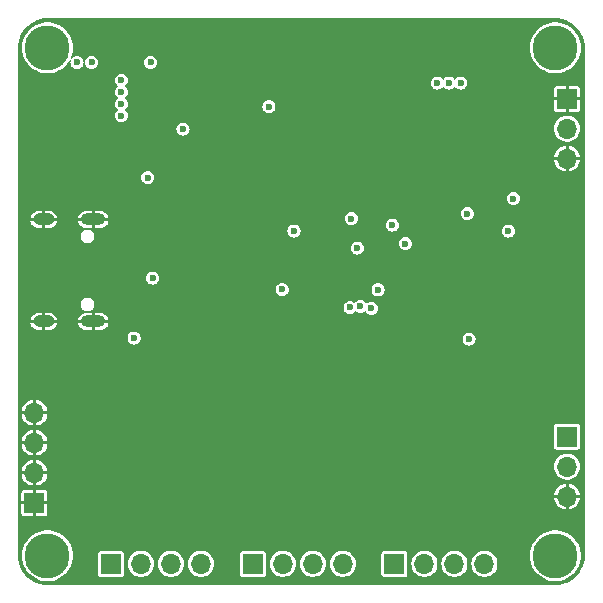
<source format=gbr>
%TF.GenerationSoftware,KiCad,Pcbnew,8.0.9-8.0.9-0~ubuntu22.04.1*%
%TF.CreationDate,2025-11-15T02:19:11+01:00*%
%TF.ProjectId,GLITCHING_FMAW,474c4954-4348-4494-9e47-5f464d41572e,rev?*%
%TF.SameCoordinates,Original*%
%TF.FileFunction,Copper,L3,Inr*%
%TF.FilePolarity,Positive*%
%FSLAX46Y46*%
G04 Gerber Fmt 4.6, Leading zero omitted, Abs format (unit mm)*
G04 Created by KiCad (PCBNEW 8.0.9-8.0.9-0~ubuntu22.04.1) date 2025-11-15 02:19:11*
%MOMM*%
%LPD*%
G01*
G04 APERTURE LIST*
%TA.AperFunction,ComponentPad*%
%ADD10R,1.700000X1.700000*%
%TD*%
%TA.AperFunction,ComponentPad*%
%ADD11O,1.700000X1.700000*%
%TD*%
%TA.AperFunction,ComponentPad*%
%ADD12C,3.800000*%
%TD*%
%TA.AperFunction,ComponentPad*%
%ADD13O,2.100000X1.000000*%
%TD*%
%TA.AperFunction,ComponentPad*%
%ADD14O,1.800000X1.000000*%
%TD*%
%TA.AperFunction,ViaPad*%
%ADD15C,0.600000*%
%TD*%
G04 APERTURE END LIST*
D10*
%TO.N,+3.3VA*%
%TO.C,J3*%
X77000000Y-59920000D03*
D11*
%TO.N,Net-(J3-Pin_2)*%
X77000000Y-62460000D03*
%TO.N,GND*%
X77000000Y-65000000D03*
%TD*%
D10*
%TO.N,Net-(J5-Pin_1)*%
%TO.C,J5*%
X50380000Y-70700000D03*
D11*
%TO.N,Net-(J5-Pin_2)*%
X52920000Y-70700000D03*
%TO.N,Net-(J5-Pin_3)*%
X55459999Y-70700000D03*
%TO.N,Net-(J5-Pin_4)*%
X58000000Y-70700000D03*
%TD*%
D10*
%TO.N,GND*%
%TO.C,J2*%
X77000000Y-31320001D03*
D11*
%TO.N,Net-(J2-Pin_2)*%
X77000000Y-33860001D03*
%TO.N,GND*%
X77000000Y-36400000D03*
%TD*%
D10*
%TO.N,Net-(J6-Pin_1)*%
%TO.C,J6*%
X62380000Y-70700000D03*
D11*
%TO.N,Net-(J6-Pin_2)*%
X64920000Y-70700000D03*
%TO.N,Net-(J6-Pin_3)*%
X67459999Y-70700000D03*
%TO.N,Net-(J6-Pin_4)*%
X70000000Y-70700000D03*
%TD*%
D12*
%TO.N,N/C*%
%TO.C,H1*%
X33000000Y-27000000D03*
%TD*%
%TO.N,N/C*%
%TO.C,H2*%
X33000000Y-70000000D03*
%TD*%
D10*
%TO.N,Net-(J4-Pin_1)*%
%TO.C,J4*%
X38380000Y-70700000D03*
D11*
%TO.N,Net-(J4-Pin_2)*%
X40920000Y-70700000D03*
%TO.N,Net-(J4-Pin_3)*%
X43459999Y-70700000D03*
%TO.N,Net-(J4-Pin_4)*%
X46000000Y-70700000D03*
%TD*%
D13*
%TO.N,GND*%
%TO.C,J1*%
X36880000Y-41540000D03*
D14*
X32700000Y-41540000D03*
D13*
X36880000Y-50180000D03*
D14*
X32700000Y-50180000D03*
%TD*%
D12*
%TO.N,N/C*%
%TO.C,H4*%
X76000000Y-27000000D03*
%TD*%
D10*
%TO.N,GND*%
%TO.C,J7*%
X31900000Y-65540000D03*
D11*
X31900000Y-63000000D03*
X31900000Y-60460001D03*
X31900000Y-57920000D03*
%TD*%
D12*
%TO.N,N/C*%
%TO.C,H3*%
X76000000Y-70000000D03*
%TD*%
D15*
%TO.N,+3.3VA*%
X72014999Y-42530000D03*
%TO.N,GND*%
X67250000Y-42500000D03*
X72250000Y-51250000D03*
X49750000Y-41750000D03*
X57100000Y-37100000D03*
X70750000Y-41200000D03*
X62800000Y-36800000D03*
X65500000Y-40750000D03*
X56500000Y-35400000D03*
X75500000Y-45500000D03*
X54600000Y-30400000D03*
X62000000Y-56000000D03*
X67070000Y-49580000D03*
X69000000Y-54000000D03*
X42750000Y-41250000D03*
X50250000Y-49250000D03*
X47250000Y-34750000D03*
X57500000Y-38700000D03*
X63500000Y-50800000D03*
X73250000Y-53500000D03*
X46716003Y-38122809D03*
X53250000Y-53000000D03*
%TO.N,VBUS*%
X44475000Y-33895002D03*
X41500000Y-38000000D03*
X41900000Y-46500000D03*
X51750000Y-32000000D03*
%TO.N,+3.3V*%
X41750000Y-28250000D03*
X39255469Y-30742294D03*
X39250000Y-29750000D03*
X36750000Y-28250000D03*
X62206250Y-42006250D03*
X61000000Y-47500000D03*
X53875000Y-42525000D03*
X60424403Y-49059399D03*
X63300000Y-43600000D03*
X35500000Y-28250000D03*
X58630602Y-48993034D03*
X52875000Y-47460000D03*
X68700000Y-51675000D03*
X40337500Y-51587500D03*
X58725000Y-41475000D03*
X39250000Y-32750000D03*
X39250000Y-31750000D03*
%TO.N,+3.3VA*%
X66000000Y-30000000D03*
X68000000Y-30000000D03*
X67000000Y-30000000D03*
X68550000Y-41050000D03*
%TO.N,+1V1*%
X59500000Y-48900000D03*
X59228225Y-43960000D03*
%TO.N,+3.3VA*%
X72450000Y-39775000D03*
%TD*%
%TA.AperFunction,Conductor*%
%TO.N,GND*%
G36*
X76001470Y-24500589D02*
G01*
X76062476Y-24504279D01*
X76298332Y-24518545D01*
X76304199Y-24519258D01*
X76595259Y-24572597D01*
X76600990Y-24574009D01*
X76883505Y-24662045D01*
X76889035Y-24664142D01*
X77158878Y-24785589D01*
X77164105Y-24788331D01*
X77369074Y-24912240D01*
X77417342Y-24941419D01*
X77422211Y-24944780D01*
X77655142Y-25127269D01*
X77659571Y-25131193D01*
X77868806Y-25340428D01*
X77872730Y-25344857D01*
X78055219Y-25577788D01*
X78058580Y-25582657D01*
X78211664Y-25835888D01*
X78214414Y-25841128D01*
X78335856Y-26110962D01*
X78337954Y-26116494D01*
X78425987Y-26399000D01*
X78427403Y-26404746D01*
X78480740Y-26695798D01*
X78481454Y-26701671D01*
X78499411Y-26998528D01*
X78499500Y-27001487D01*
X78499500Y-69998512D01*
X78499411Y-70001471D01*
X78481454Y-70298328D01*
X78480740Y-70304201D01*
X78427403Y-70595253D01*
X78425987Y-70600999D01*
X78337954Y-70883505D01*
X78335856Y-70889037D01*
X78214414Y-71158871D01*
X78211664Y-71164111D01*
X78058580Y-71417342D01*
X78055219Y-71422211D01*
X77872730Y-71655142D01*
X77868806Y-71659571D01*
X77659571Y-71868806D01*
X77655142Y-71872730D01*
X77422211Y-72055219D01*
X77417342Y-72058580D01*
X77164111Y-72211664D01*
X77158871Y-72214414D01*
X76889037Y-72335856D01*
X76883505Y-72337954D01*
X76600999Y-72425987D01*
X76595253Y-72427403D01*
X76304201Y-72480740D01*
X76298328Y-72481454D01*
X76001471Y-72499411D01*
X75998512Y-72499500D01*
X33001488Y-72499500D01*
X32998529Y-72499411D01*
X32701671Y-72481454D01*
X32695798Y-72480740D01*
X32404746Y-72427403D01*
X32399000Y-72425987D01*
X32116494Y-72337954D01*
X32110962Y-72335856D01*
X31841128Y-72214414D01*
X31835888Y-72211664D01*
X31582657Y-72058580D01*
X31577788Y-72055219D01*
X31344857Y-71872730D01*
X31340428Y-71868806D01*
X31131193Y-71659571D01*
X31127269Y-71655142D01*
X31064744Y-71575335D01*
X30944780Y-71422211D01*
X30941419Y-71417342D01*
X30859494Y-71281822D01*
X30788331Y-71164105D01*
X30785589Y-71158878D01*
X30664142Y-70889035D01*
X30662045Y-70883505D01*
X30654338Y-70858771D01*
X30574009Y-70600990D01*
X30572596Y-70595253D01*
X30570084Y-70581546D01*
X30519258Y-70304199D01*
X30518545Y-70298327D01*
X30500589Y-70001470D01*
X30500545Y-70000000D01*
X30844475Y-70000000D01*
X30864551Y-70293512D01*
X30924405Y-70581546D01*
X30930313Y-70598170D01*
X31022928Y-70858764D01*
X31147538Y-71099248D01*
X31158276Y-71119972D01*
X31158280Y-71119980D01*
X31201145Y-71180705D01*
X31327935Y-71360326D01*
X31528740Y-71575335D01*
X31756951Y-71760999D01*
X32008318Y-71913859D01*
X32278159Y-72031067D01*
X32561445Y-72110440D01*
X32812841Y-72144993D01*
X32852901Y-72150500D01*
X32852902Y-72150500D01*
X33147099Y-72150500D01*
X33182318Y-72145659D01*
X33438555Y-72110440D01*
X33721841Y-72031067D01*
X33991682Y-71913859D01*
X34243049Y-71760999D01*
X34471260Y-71575335D01*
X34672065Y-71360326D01*
X34841722Y-71119976D01*
X34977072Y-70858764D01*
X35075592Y-70581554D01*
X35093181Y-70496914D01*
X35135448Y-70293512D01*
X35136733Y-70274720D01*
X35155525Y-70000000D01*
X35143577Y-69825322D01*
X37279500Y-69825322D01*
X37279500Y-71574677D01*
X37294033Y-71647739D01*
X37349398Y-71730601D01*
X37397924Y-71763024D01*
X37432260Y-71785966D01*
X37505326Y-71800500D01*
X39254674Y-71800500D01*
X39327740Y-71785966D01*
X39410601Y-71730601D01*
X39465966Y-71647740D01*
X39480500Y-71574674D01*
X39480500Y-70700000D01*
X39814785Y-70700000D01*
X39833602Y-70903079D01*
X39833603Y-70903085D01*
X39889417Y-71099248D01*
X39889420Y-71099255D01*
X39980325Y-71281818D01*
X39980328Y-71281822D01*
X40103233Y-71444576D01*
X40103236Y-71444579D01*
X40253954Y-71581977D01*
X40253955Y-71581978D01*
X40253959Y-71581981D01*
X40427363Y-71689348D01*
X40617544Y-71763024D01*
X40818024Y-71800500D01*
X40818026Y-71800500D01*
X41021974Y-71800500D01*
X41021976Y-71800500D01*
X41222456Y-71763024D01*
X41412637Y-71689348D01*
X41586041Y-71581981D01*
X41736764Y-71444579D01*
X41859673Y-71281821D01*
X41950582Y-71099250D01*
X42006397Y-70903083D01*
X42025215Y-70700000D01*
X42354784Y-70700000D01*
X42373601Y-70903079D01*
X42373602Y-70903085D01*
X42429416Y-71099248D01*
X42429419Y-71099255D01*
X42520324Y-71281818D01*
X42520327Y-71281822D01*
X42643232Y-71444576D01*
X42643235Y-71444579D01*
X42793953Y-71581977D01*
X42793954Y-71581978D01*
X42793958Y-71581981D01*
X42967362Y-71689348D01*
X43157543Y-71763024D01*
X43358023Y-71800500D01*
X43358025Y-71800500D01*
X43561973Y-71800500D01*
X43561975Y-71800500D01*
X43762455Y-71763024D01*
X43952636Y-71689348D01*
X44126040Y-71581981D01*
X44276763Y-71444579D01*
X44399672Y-71281821D01*
X44490581Y-71099250D01*
X44546396Y-70903083D01*
X44565214Y-70700000D01*
X44894785Y-70700000D01*
X44913602Y-70903079D01*
X44913603Y-70903085D01*
X44969417Y-71099248D01*
X44969420Y-71099255D01*
X45060325Y-71281818D01*
X45060328Y-71281822D01*
X45183233Y-71444576D01*
X45183236Y-71444579D01*
X45333954Y-71581977D01*
X45333955Y-71581978D01*
X45333959Y-71581981D01*
X45507363Y-71689348D01*
X45697544Y-71763024D01*
X45898024Y-71800500D01*
X45898026Y-71800500D01*
X46101974Y-71800500D01*
X46101976Y-71800500D01*
X46302456Y-71763024D01*
X46492637Y-71689348D01*
X46666041Y-71581981D01*
X46816764Y-71444579D01*
X46939673Y-71281821D01*
X47030582Y-71099250D01*
X47086397Y-70903083D01*
X47105215Y-70700000D01*
X47086397Y-70496917D01*
X47030582Y-70300750D01*
X46939673Y-70118179D01*
X46878218Y-70036800D01*
X46816766Y-69955423D01*
X46816763Y-69955420D01*
X46674053Y-69825322D01*
X49279500Y-69825322D01*
X49279500Y-71574677D01*
X49294033Y-71647739D01*
X49349398Y-71730601D01*
X49397924Y-71763024D01*
X49432260Y-71785966D01*
X49505326Y-71800500D01*
X51254674Y-71800500D01*
X51327740Y-71785966D01*
X51410601Y-71730601D01*
X51465966Y-71647740D01*
X51480500Y-71574674D01*
X51480500Y-70700000D01*
X51814785Y-70700000D01*
X51833602Y-70903079D01*
X51833603Y-70903085D01*
X51889417Y-71099248D01*
X51889420Y-71099255D01*
X51980325Y-71281818D01*
X51980328Y-71281822D01*
X52103233Y-71444576D01*
X52103236Y-71444579D01*
X52253954Y-71581977D01*
X52253955Y-71581978D01*
X52253959Y-71581981D01*
X52427363Y-71689348D01*
X52617544Y-71763024D01*
X52818024Y-71800500D01*
X52818026Y-71800500D01*
X53021974Y-71800500D01*
X53021976Y-71800500D01*
X53222456Y-71763024D01*
X53412637Y-71689348D01*
X53586041Y-71581981D01*
X53736764Y-71444579D01*
X53859673Y-71281821D01*
X53950582Y-71099250D01*
X54006397Y-70903083D01*
X54025215Y-70700000D01*
X54354784Y-70700000D01*
X54373601Y-70903079D01*
X54373602Y-70903085D01*
X54429416Y-71099248D01*
X54429419Y-71099255D01*
X54520324Y-71281818D01*
X54520327Y-71281822D01*
X54643232Y-71444576D01*
X54643235Y-71444579D01*
X54793953Y-71581977D01*
X54793954Y-71581978D01*
X54793958Y-71581981D01*
X54967362Y-71689348D01*
X55157543Y-71763024D01*
X55358023Y-71800500D01*
X55358025Y-71800500D01*
X55561973Y-71800500D01*
X55561975Y-71800500D01*
X55762455Y-71763024D01*
X55952636Y-71689348D01*
X56126040Y-71581981D01*
X56276763Y-71444579D01*
X56399672Y-71281821D01*
X56490581Y-71099250D01*
X56546396Y-70903083D01*
X56565214Y-70700000D01*
X56894785Y-70700000D01*
X56913602Y-70903079D01*
X56913603Y-70903085D01*
X56969417Y-71099248D01*
X56969420Y-71099255D01*
X57060325Y-71281818D01*
X57060328Y-71281822D01*
X57183233Y-71444576D01*
X57183236Y-71444579D01*
X57333954Y-71581977D01*
X57333955Y-71581978D01*
X57333959Y-71581981D01*
X57507363Y-71689348D01*
X57697544Y-71763024D01*
X57898024Y-71800500D01*
X57898026Y-71800500D01*
X58101974Y-71800500D01*
X58101976Y-71800500D01*
X58302456Y-71763024D01*
X58492637Y-71689348D01*
X58666041Y-71581981D01*
X58816764Y-71444579D01*
X58939673Y-71281821D01*
X59030582Y-71099250D01*
X59086397Y-70903083D01*
X59105215Y-70700000D01*
X59086397Y-70496917D01*
X59030582Y-70300750D01*
X58939673Y-70118179D01*
X58878218Y-70036800D01*
X58816766Y-69955423D01*
X58816763Y-69955420D01*
X58674053Y-69825322D01*
X61279500Y-69825322D01*
X61279500Y-71574677D01*
X61294033Y-71647739D01*
X61349398Y-71730601D01*
X61397924Y-71763024D01*
X61432260Y-71785966D01*
X61505326Y-71800500D01*
X63254674Y-71800500D01*
X63327740Y-71785966D01*
X63410601Y-71730601D01*
X63465966Y-71647740D01*
X63480500Y-71574674D01*
X63480500Y-70700000D01*
X63814785Y-70700000D01*
X63833602Y-70903079D01*
X63833603Y-70903085D01*
X63889417Y-71099248D01*
X63889420Y-71099255D01*
X63980325Y-71281818D01*
X63980328Y-71281822D01*
X64103233Y-71444576D01*
X64103236Y-71444579D01*
X64253954Y-71581977D01*
X64253955Y-71581978D01*
X64253959Y-71581981D01*
X64427363Y-71689348D01*
X64617544Y-71763024D01*
X64818024Y-71800500D01*
X64818026Y-71800500D01*
X65021974Y-71800500D01*
X65021976Y-71800500D01*
X65222456Y-71763024D01*
X65412637Y-71689348D01*
X65586041Y-71581981D01*
X65736764Y-71444579D01*
X65859673Y-71281821D01*
X65950582Y-71099250D01*
X66006397Y-70903083D01*
X66025215Y-70700000D01*
X66354784Y-70700000D01*
X66373601Y-70903079D01*
X66373602Y-70903085D01*
X66429416Y-71099248D01*
X66429419Y-71099255D01*
X66520324Y-71281818D01*
X66520327Y-71281822D01*
X66643232Y-71444576D01*
X66643235Y-71444579D01*
X66793953Y-71581977D01*
X66793954Y-71581978D01*
X66793958Y-71581981D01*
X66967362Y-71689348D01*
X67157543Y-71763024D01*
X67358023Y-71800500D01*
X67358025Y-71800500D01*
X67561973Y-71800500D01*
X67561975Y-71800500D01*
X67762455Y-71763024D01*
X67952636Y-71689348D01*
X68126040Y-71581981D01*
X68276763Y-71444579D01*
X68399672Y-71281821D01*
X68490581Y-71099250D01*
X68546396Y-70903083D01*
X68565214Y-70700000D01*
X68894785Y-70700000D01*
X68913602Y-70903079D01*
X68913603Y-70903085D01*
X68969417Y-71099248D01*
X68969420Y-71099255D01*
X69060325Y-71281818D01*
X69060328Y-71281822D01*
X69183233Y-71444576D01*
X69183236Y-71444579D01*
X69333954Y-71581977D01*
X69333955Y-71581978D01*
X69333959Y-71581981D01*
X69507363Y-71689348D01*
X69697544Y-71763024D01*
X69898024Y-71800500D01*
X69898026Y-71800500D01*
X70101974Y-71800500D01*
X70101976Y-71800500D01*
X70302456Y-71763024D01*
X70492637Y-71689348D01*
X70666041Y-71581981D01*
X70816764Y-71444579D01*
X70939673Y-71281821D01*
X71030582Y-71099250D01*
X71086397Y-70903083D01*
X71105215Y-70700000D01*
X71086397Y-70496917D01*
X71030582Y-70300750D01*
X70939673Y-70118179D01*
X70878218Y-70036800D01*
X70850428Y-70000000D01*
X73844475Y-70000000D01*
X73864551Y-70293512D01*
X73924405Y-70581546D01*
X73930313Y-70598170D01*
X74022928Y-70858764D01*
X74147538Y-71099248D01*
X74158276Y-71119972D01*
X74158280Y-71119980D01*
X74201145Y-71180705D01*
X74327935Y-71360326D01*
X74528740Y-71575335D01*
X74756951Y-71760999D01*
X75008318Y-71913859D01*
X75278159Y-72031067D01*
X75561445Y-72110440D01*
X75812841Y-72144993D01*
X75852901Y-72150500D01*
X75852902Y-72150500D01*
X76147099Y-72150500D01*
X76182318Y-72145659D01*
X76438555Y-72110440D01*
X76721841Y-72031067D01*
X76991682Y-71913859D01*
X77243049Y-71760999D01*
X77471260Y-71575335D01*
X77672065Y-71360326D01*
X77841722Y-71119976D01*
X77977072Y-70858764D01*
X78075592Y-70581554D01*
X78093181Y-70496914D01*
X78135448Y-70293512D01*
X78136733Y-70274720D01*
X78155525Y-70000000D01*
X78135448Y-69706489D01*
X78127741Y-69669399D01*
X78075594Y-69418453D01*
X78075592Y-69418446D01*
X77977072Y-69141236D01*
X77841722Y-68880024D01*
X77841720Y-68880021D01*
X77841719Y-68880019D01*
X77787189Y-68802768D01*
X77672065Y-68639674D01*
X77471260Y-68424665D01*
X77243049Y-68239001D01*
X76991682Y-68086141D01*
X76991678Y-68086139D01*
X76991676Y-68086138D01*
X76721842Y-67968933D01*
X76438560Y-67889561D01*
X76438555Y-67889560D01*
X76147099Y-67849500D01*
X76147098Y-67849500D01*
X75852902Y-67849500D01*
X75852901Y-67849500D01*
X75561444Y-67889560D01*
X75561439Y-67889561D01*
X75278157Y-67968933D01*
X75008323Y-68086138D01*
X74756949Y-68239002D01*
X74528748Y-68424658D01*
X74528737Y-68424668D01*
X74327939Y-68639669D01*
X74327933Y-68639677D01*
X74158280Y-68880019D01*
X74158276Y-68880027D01*
X74022932Y-69141228D01*
X74022928Y-69141237D01*
X73924405Y-69418453D01*
X73864551Y-69706487D01*
X73844475Y-70000000D01*
X70850428Y-70000000D01*
X70816766Y-69955423D01*
X70816763Y-69955420D01*
X70666045Y-69818022D01*
X70666042Y-69818020D01*
X70666041Y-69818019D01*
X70492637Y-69710652D01*
X70492634Y-69710651D01*
X70492633Y-69710650D01*
X70302462Y-69636978D01*
X70302460Y-69636977D01*
X70302456Y-69636976D01*
X70101976Y-69599500D01*
X69898024Y-69599500D01*
X69697544Y-69636976D01*
X69697540Y-69636977D01*
X69697537Y-69636978D01*
X69507366Y-69710650D01*
X69333954Y-69818022D01*
X69183236Y-69955420D01*
X69183233Y-69955423D01*
X69060328Y-70118177D01*
X69060325Y-70118181D01*
X68969420Y-70300744D01*
X68969417Y-70300751D01*
X68913603Y-70496914D01*
X68913602Y-70496920D01*
X68894785Y-70700000D01*
X68565214Y-70700000D01*
X68546396Y-70496917D01*
X68490581Y-70300750D01*
X68399672Y-70118179D01*
X68338217Y-70036800D01*
X68276765Y-69955423D01*
X68276762Y-69955420D01*
X68126044Y-69818022D01*
X68126041Y-69818020D01*
X68126040Y-69818019D01*
X67952636Y-69710652D01*
X67952633Y-69710651D01*
X67952632Y-69710650D01*
X67762461Y-69636978D01*
X67762459Y-69636977D01*
X67762455Y-69636976D01*
X67561975Y-69599500D01*
X67358023Y-69599500D01*
X67157543Y-69636976D01*
X67157539Y-69636977D01*
X67157536Y-69636978D01*
X66967365Y-69710650D01*
X66793953Y-69818022D01*
X66643235Y-69955420D01*
X66643232Y-69955423D01*
X66520327Y-70118177D01*
X66520324Y-70118181D01*
X66429419Y-70300744D01*
X66429416Y-70300751D01*
X66373602Y-70496914D01*
X66373601Y-70496920D01*
X66354784Y-70700000D01*
X66025215Y-70700000D01*
X66006397Y-70496917D01*
X65950582Y-70300750D01*
X65859673Y-70118179D01*
X65798218Y-70036800D01*
X65736766Y-69955423D01*
X65736763Y-69955420D01*
X65586045Y-69818022D01*
X65586042Y-69818020D01*
X65586041Y-69818019D01*
X65412637Y-69710652D01*
X65412634Y-69710651D01*
X65412633Y-69710650D01*
X65222462Y-69636978D01*
X65222460Y-69636977D01*
X65222456Y-69636976D01*
X65021976Y-69599500D01*
X64818024Y-69599500D01*
X64617544Y-69636976D01*
X64617540Y-69636977D01*
X64617537Y-69636978D01*
X64427366Y-69710650D01*
X64253954Y-69818022D01*
X64103236Y-69955420D01*
X64103233Y-69955423D01*
X63980328Y-70118177D01*
X63980325Y-70118181D01*
X63889420Y-70300744D01*
X63889417Y-70300751D01*
X63833603Y-70496914D01*
X63833602Y-70496920D01*
X63814785Y-70700000D01*
X63480500Y-70700000D01*
X63480500Y-69825326D01*
X63465966Y-69752260D01*
X63438164Y-69710650D01*
X63410601Y-69669398D01*
X63327739Y-69614033D01*
X63254677Y-69599500D01*
X63254674Y-69599500D01*
X61505326Y-69599500D01*
X61505322Y-69599500D01*
X61432260Y-69614033D01*
X61349398Y-69669398D01*
X61294033Y-69752260D01*
X61279500Y-69825322D01*
X58674053Y-69825322D01*
X58666045Y-69818022D01*
X58666042Y-69818020D01*
X58666041Y-69818019D01*
X58492637Y-69710652D01*
X58492634Y-69710651D01*
X58492633Y-69710650D01*
X58302462Y-69636978D01*
X58302460Y-69636977D01*
X58302456Y-69636976D01*
X58101976Y-69599500D01*
X57898024Y-69599500D01*
X57697544Y-69636976D01*
X57697540Y-69636977D01*
X57697537Y-69636978D01*
X57507366Y-69710650D01*
X57333954Y-69818022D01*
X57183236Y-69955420D01*
X57183233Y-69955423D01*
X57060328Y-70118177D01*
X57060325Y-70118181D01*
X56969420Y-70300744D01*
X56969417Y-70300751D01*
X56913603Y-70496914D01*
X56913602Y-70496920D01*
X56894785Y-70700000D01*
X56565214Y-70700000D01*
X56546396Y-70496917D01*
X56490581Y-70300750D01*
X56399672Y-70118179D01*
X56338217Y-70036800D01*
X56276765Y-69955423D01*
X56276762Y-69955420D01*
X56126044Y-69818022D01*
X56126041Y-69818020D01*
X56126040Y-69818019D01*
X55952636Y-69710652D01*
X55952633Y-69710651D01*
X55952632Y-69710650D01*
X55762461Y-69636978D01*
X55762459Y-69636977D01*
X55762455Y-69636976D01*
X55561975Y-69599500D01*
X55358023Y-69599500D01*
X55157543Y-69636976D01*
X55157539Y-69636977D01*
X55157536Y-69636978D01*
X54967365Y-69710650D01*
X54793953Y-69818022D01*
X54643235Y-69955420D01*
X54643232Y-69955423D01*
X54520327Y-70118177D01*
X54520324Y-70118181D01*
X54429419Y-70300744D01*
X54429416Y-70300751D01*
X54373602Y-70496914D01*
X54373601Y-70496920D01*
X54354784Y-70700000D01*
X54025215Y-70700000D01*
X54006397Y-70496917D01*
X53950582Y-70300750D01*
X53859673Y-70118179D01*
X53798218Y-70036800D01*
X53736766Y-69955423D01*
X53736763Y-69955420D01*
X53586045Y-69818022D01*
X53586042Y-69818020D01*
X53586041Y-69818019D01*
X53412637Y-69710652D01*
X53412634Y-69710651D01*
X53412633Y-69710650D01*
X53222462Y-69636978D01*
X53222460Y-69636977D01*
X53222456Y-69636976D01*
X53021976Y-69599500D01*
X52818024Y-69599500D01*
X52617544Y-69636976D01*
X52617540Y-69636977D01*
X52617537Y-69636978D01*
X52427366Y-69710650D01*
X52253954Y-69818022D01*
X52103236Y-69955420D01*
X52103233Y-69955423D01*
X51980328Y-70118177D01*
X51980325Y-70118181D01*
X51889420Y-70300744D01*
X51889417Y-70300751D01*
X51833603Y-70496914D01*
X51833602Y-70496920D01*
X51814785Y-70700000D01*
X51480500Y-70700000D01*
X51480500Y-69825326D01*
X51465966Y-69752260D01*
X51438164Y-69710650D01*
X51410601Y-69669398D01*
X51327739Y-69614033D01*
X51254677Y-69599500D01*
X51254674Y-69599500D01*
X49505326Y-69599500D01*
X49505322Y-69599500D01*
X49432260Y-69614033D01*
X49349398Y-69669398D01*
X49294033Y-69752260D01*
X49279500Y-69825322D01*
X46674053Y-69825322D01*
X46666045Y-69818022D01*
X46666042Y-69818020D01*
X46666041Y-69818019D01*
X46492637Y-69710652D01*
X46492634Y-69710651D01*
X46492633Y-69710650D01*
X46302462Y-69636978D01*
X46302460Y-69636977D01*
X46302456Y-69636976D01*
X46101976Y-69599500D01*
X45898024Y-69599500D01*
X45697544Y-69636976D01*
X45697540Y-69636977D01*
X45697537Y-69636978D01*
X45507366Y-69710650D01*
X45333954Y-69818022D01*
X45183236Y-69955420D01*
X45183233Y-69955423D01*
X45060328Y-70118177D01*
X45060325Y-70118181D01*
X44969420Y-70300744D01*
X44969417Y-70300751D01*
X44913603Y-70496914D01*
X44913602Y-70496920D01*
X44894785Y-70700000D01*
X44565214Y-70700000D01*
X44546396Y-70496917D01*
X44490581Y-70300750D01*
X44399672Y-70118179D01*
X44338217Y-70036800D01*
X44276765Y-69955423D01*
X44276762Y-69955420D01*
X44126044Y-69818022D01*
X44126041Y-69818020D01*
X44126040Y-69818019D01*
X43952636Y-69710652D01*
X43952633Y-69710651D01*
X43952632Y-69710650D01*
X43762461Y-69636978D01*
X43762459Y-69636977D01*
X43762455Y-69636976D01*
X43561975Y-69599500D01*
X43358023Y-69599500D01*
X43157543Y-69636976D01*
X43157539Y-69636977D01*
X43157536Y-69636978D01*
X42967365Y-69710650D01*
X42793953Y-69818022D01*
X42643235Y-69955420D01*
X42643232Y-69955423D01*
X42520327Y-70118177D01*
X42520324Y-70118181D01*
X42429419Y-70300744D01*
X42429416Y-70300751D01*
X42373602Y-70496914D01*
X42373601Y-70496920D01*
X42354784Y-70700000D01*
X42025215Y-70700000D01*
X42006397Y-70496917D01*
X41950582Y-70300750D01*
X41859673Y-70118179D01*
X41798218Y-70036800D01*
X41736766Y-69955423D01*
X41736763Y-69955420D01*
X41586045Y-69818022D01*
X41586042Y-69818020D01*
X41586041Y-69818019D01*
X41412637Y-69710652D01*
X41412634Y-69710651D01*
X41412633Y-69710650D01*
X41222462Y-69636978D01*
X41222460Y-69636977D01*
X41222456Y-69636976D01*
X41021976Y-69599500D01*
X40818024Y-69599500D01*
X40617544Y-69636976D01*
X40617540Y-69636977D01*
X40617537Y-69636978D01*
X40427366Y-69710650D01*
X40253954Y-69818022D01*
X40103236Y-69955420D01*
X40103233Y-69955423D01*
X39980328Y-70118177D01*
X39980325Y-70118181D01*
X39889420Y-70300744D01*
X39889417Y-70300751D01*
X39833603Y-70496914D01*
X39833602Y-70496920D01*
X39814785Y-70700000D01*
X39480500Y-70700000D01*
X39480500Y-69825326D01*
X39465966Y-69752260D01*
X39438164Y-69710650D01*
X39410601Y-69669398D01*
X39327739Y-69614033D01*
X39254677Y-69599500D01*
X39254674Y-69599500D01*
X37505326Y-69599500D01*
X37505322Y-69599500D01*
X37432260Y-69614033D01*
X37349398Y-69669398D01*
X37294033Y-69752260D01*
X37279500Y-69825322D01*
X35143577Y-69825322D01*
X35135448Y-69706489D01*
X35127741Y-69669399D01*
X35075594Y-69418453D01*
X35075592Y-69418446D01*
X34977072Y-69141236D01*
X34841722Y-68880024D01*
X34841720Y-68880021D01*
X34841719Y-68880019D01*
X34787189Y-68802768D01*
X34672065Y-68639674D01*
X34471260Y-68424665D01*
X34243049Y-68239001D01*
X33991682Y-68086141D01*
X33991678Y-68086139D01*
X33991676Y-68086138D01*
X33721842Y-67968933D01*
X33438560Y-67889561D01*
X33438555Y-67889560D01*
X33147099Y-67849500D01*
X33147098Y-67849500D01*
X32852902Y-67849500D01*
X32852901Y-67849500D01*
X32561444Y-67889560D01*
X32561439Y-67889561D01*
X32278157Y-67968933D01*
X32008323Y-68086138D01*
X31756949Y-68239002D01*
X31528748Y-68424658D01*
X31528737Y-68424668D01*
X31327939Y-68639669D01*
X31327933Y-68639677D01*
X31158280Y-68880019D01*
X31158276Y-68880027D01*
X31022932Y-69141228D01*
X31022928Y-69141237D01*
X30924405Y-69418453D01*
X30864551Y-69706487D01*
X30844475Y-70000000D01*
X30500545Y-70000000D01*
X30500500Y-69998512D01*
X30500500Y-64665370D01*
X30800000Y-64665370D01*
X30800000Y-65415000D01*
X31415856Y-65415000D01*
X31400000Y-65474174D01*
X31400000Y-65605826D01*
X31415856Y-65665000D01*
X30800000Y-65665000D01*
X30800000Y-66414629D01*
X30814503Y-66487542D01*
X30869759Y-66570240D01*
X30952457Y-66625496D01*
X31025370Y-66639999D01*
X31025376Y-66640000D01*
X31775000Y-66640000D01*
X31775000Y-66024144D01*
X31834174Y-66040000D01*
X31965826Y-66040000D01*
X32025000Y-66024144D01*
X32025000Y-66640000D01*
X32774624Y-66640000D01*
X32774629Y-66639999D01*
X32847542Y-66625496D01*
X32930240Y-66570240D01*
X32985496Y-66487542D01*
X32999999Y-66414629D01*
X33000000Y-66414624D01*
X33000000Y-65665000D01*
X32384144Y-65665000D01*
X32400000Y-65605826D01*
X32400000Y-65474174D01*
X32384144Y-65415000D01*
X33000000Y-65415000D01*
X33000000Y-64874999D01*
X75906870Y-64874999D01*
X75906870Y-64875000D01*
X76515856Y-64875000D01*
X76500000Y-64934174D01*
X76500000Y-65065826D01*
X76515856Y-65125000D01*
X75906870Y-65125000D01*
X75914096Y-65202986D01*
X75914098Y-65202995D01*
X75969883Y-65399063D01*
X75969884Y-65399064D01*
X76060752Y-65581553D01*
X76060755Y-65581557D01*
X76183604Y-65744237D01*
X76183607Y-65744240D01*
X76334257Y-65881576D01*
X76507590Y-65988900D01*
X76697674Y-66062538D01*
X76875000Y-66095686D01*
X76875000Y-65484144D01*
X76934174Y-65500000D01*
X77065826Y-65500000D01*
X77125000Y-65484144D01*
X77125000Y-66095685D01*
X77302325Y-66062538D01*
X77492409Y-65988900D01*
X77665742Y-65881576D01*
X77816392Y-65744240D01*
X77816395Y-65744237D01*
X77939244Y-65581557D01*
X77939247Y-65581553D01*
X78030115Y-65399064D01*
X78030116Y-65399063D01*
X78085901Y-65202995D01*
X78085903Y-65202986D01*
X78093129Y-65125000D01*
X77484144Y-65125000D01*
X77500000Y-65065826D01*
X77500000Y-64934174D01*
X77484144Y-64875000D01*
X78093130Y-64875000D01*
X78093129Y-64874999D01*
X78085903Y-64797013D01*
X78085901Y-64797004D01*
X78030116Y-64600936D01*
X78030115Y-64600935D01*
X77939247Y-64418446D01*
X77939244Y-64418442D01*
X77816395Y-64255762D01*
X77816392Y-64255759D01*
X77665742Y-64118423D01*
X77492409Y-64011099D01*
X77302324Y-63937460D01*
X77125000Y-63904312D01*
X77125000Y-64515855D01*
X77065826Y-64500000D01*
X76934174Y-64500000D01*
X76875000Y-64515855D01*
X76875000Y-63904312D01*
X76697675Y-63937460D01*
X76507590Y-64011099D01*
X76334257Y-64118423D01*
X76183607Y-64255759D01*
X76183604Y-64255762D01*
X76060755Y-64418442D01*
X76060752Y-64418446D01*
X75969884Y-64600935D01*
X75969883Y-64600936D01*
X75914098Y-64797004D01*
X75914096Y-64797013D01*
X75906870Y-64874999D01*
X33000000Y-64874999D01*
X33000000Y-64665376D01*
X32999999Y-64665370D01*
X32985496Y-64592457D01*
X32930240Y-64509759D01*
X32847542Y-64454503D01*
X32774629Y-64440000D01*
X32025000Y-64440000D01*
X32025000Y-65055855D01*
X31965826Y-65040000D01*
X31834174Y-65040000D01*
X31775000Y-65055855D01*
X31775000Y-64440000D01*
X31025370Y-64440000D01*
X30952457Y-64454503D01*
X30869759Y-64509759D01*
X30814503Y-64592457D01*
X30800000Y-64665370D01*
X30500500Y-64665370D01*
X30500500Y-62874999D01*
X30806870Y-62874999D01*
X30806870Y-62875000D01*
X31415856Y-62875000D01*
X31400000Y-62934174D01*
X31400000Y-63065826D01*
X31415856Y-63125000D01*
X30806870Y-63125000D01*
X30814096Y-63202986D01*
X30814098Y-63202995D01*
X30869883Y-63399063D01*
X30869884Y-63399064D01*
X30960752Y-63581553D01*
X30960755Y-63581557D01*
X31083604Y-63744237D01*
X31083607Y-63744240D01*
X31234257Y-63881576D01*
X31407590Y-63988900D01*
X31597674Y-64062538D01*
X31775000Y-64095686D01*
X31775000Y-63484144D01*
X31834174Y-63500000D01*
X31965826Y-63500000D01*
X32025000Y-63484144D01*
X32025000Y-64095685D01*
X32202325Y-64062538D01*
X32392409Y-63988900D01*
X32565742Y-63881576D01*
X32716392Y-63744240D01*
X32716395Y-63744237D01*
X32839244Y-63581557D01*
X32839247Y-63581553D01*
X32930115Y-63399064D01*
X32930116Y-63399063D01*
X32985901Y-63202995D01*
X32985903Y-63202986D01*
X32993129Y-63125000D01*
X32384144Y-63125000D01*
X32400000Y-63065826D01*
X32400000Y-62934174D01*
X32384144Y-62875000D01*
X32993130Y-62875000D01*
X32993129Y-62874999D01*
X32985903Y-62797013D01*
X32985901Y-62797004D01*
X32930116Y-62600936D01*
X32930115Y-62600935D01*
X32859938Y-62460000D01*
X75894785Y-62460000D01*
X75913602Y-62663079D01*
X75913603Y-62663085D01*
X75969417Y-62859248D01*
X75969420Y-62859255D01*
X76060325Y-63041818D01*
X76060328Y-63041822D01*
X76183233Y-63204576D01*
X76183236Y-63204579D01*
X76333954Y-63341977D01*
X76333955Y-63341978D01*
X76333959Y-63341981D01*
X76507363Y-63449348D01*
X76697544Y-63523024D01*
X76898024Y-63560500D01*
X76898026Y-63560500D01*
X77101974Y-63560500D01*
X77101976Y-63560500D01*
X77302456Y-63523024D01*
X77492637Y-63449348D01*
X77666041Y-63341981D01*
X77816764Y-63204579D01*
X77939673Y-63041821D01*
X78030582Y-62859250D01*
X78086397Y-62663083D01*
X78105215Y-62460000D01*
X78086397Y-62256917D01*
X78030582Y-62060750D01*
X77939673Y-61878179D01*
X77816764Y-61715421D01*
X77816763Y-61715420D01*
X77666045Y-61578022D01*
X77666042Y-61578020D01*
X77666041Y-61578019D01*
X77492637Y-61470652D01*
X77492634Y-61470651D01*
X77492633Y-61470650D01*
X77302462Y-61396978D01*
X77302460Y-61396977D01*
X77302456Y-61396976D01*
X77101976Y-61359500D01*
X76898024Y-61359500D01*
X76697544Y-61396976D01*
X76697540Y-61396977D01*
X76697537Y-61396978D01*
X76507366Y-61470650D01*
X76333954Y-61578022D01*
X76183236Y-61715420D01*
X76183233Y-61715423D01*
X76060328Y-61878177D01*
X76060325Y-61878181D01*
X75969420Y-62060744D01*
X75969417Y-62060751D01*
X75913603Y-62256914D01*
X75913602Y-62256920D01*
X75894785Y-62460000D01*
X32859938Y-62460000D01*
X32839247Y-62418446D01*
X32839244Y-62418442D01*
X32716395Y-62255762D01*
X32716392Y-62255759D01*
X32565742Y-62118423D01*
X32392409Y-62011099D01*
X32202324Y-61937460D01*
X32025000Y-61904312D01*
X32025000Y-62515855D01*
X31965826Y-62500000D01*
X31834174Y-62500000D01*
X31775000Y-62515855D01*
X31775000Y-61904312D01*
X31597675Y-61937460D01*
X31407590Y-62011099D01*
X31234257Y-62118423D01*
X31083607Y-62255759D01*
X31083604Y-62255762D01*
X30960755Y-62418442D01*
X30960752Y-62418446D01*
X30869884Y-62600935D01*
X30869883Y-62600936D01*
X30814098Y-62797004D01*
X30814096Y-62797013D01*
X30806870Y-62874999D01*
X30500500Y-62874999D01*
X30500500Y-60335000D01*
X30806870Y-60335000D01*
X30806870Y-60335001D01*
X31415856Y-60335001D01*
X31400000Y-60394175D01*
X31400000Y-60525827D01*
X31415856Y-60585001D01*
X30806870Y-60585001D01*
X30814096Y-60662987D01*
X30814098Y-60662996D01*
X30869883Y-60859064D01*
X30869884Y-60859065D01*
X30960752Y-61041554D01*
X30960755Y-61041558D01*
X31083604Y-61204238D01*
X31083607Y-61204241D01*
X31234257Y-61341577D01*
X31407590Y-61448901D01*
X31597674Y-61522539D01*
X31775000Y-61555687D01*
X31775000Y-60944145D01*
X31834174Y-60960001D01*
X31965826Y-60960001D01*
X32025000Y-60944145D01*
X32025000Y-61555686D01*
X32202325Y-61522539D01*
X32392409Y-61448901D01*
X32565742Y-61341577D01*
X32716392Y-61204241D01*
X32716395Y-61204238D01*
X32839244Y-61041558D01*
X32839247Y-61041554D01*
X32930115Y-60859065D01*
X32930116Y-60859064D01*
X32985901Y-60662996D01*
X32985903Y-60662987D01*
X32993129Y-60585001D01*
X32384144Y-60585001D01*
X32400000Y-60525827D01*
X32400000Y-60394175D01*
X32384144Y-60335001D01*
X32993130Y-60335001D01*
X32993129Y-60335000D01*
X32985903Y-60257014D01*
X32985901Y-60257005D01*
X32930116Y-60060937D01*
X32930115Y-60060936D01*
X32839247Y-59878447D01*
X32839244Y-59878443D01*
X32716395Y-59715763D01*
X32716392Y-59715760D01*
X32565742Y-59578424D01*
X32392409Y-59471100D01*
X32202324Y-59397461D01*
X32025000Y-59364313D01*
X32025000Y-59975856D01*
X31965826Y-59960001D01*
X31834174Y-59960001D01*
X31775000Y-59975856D01*
X31775000Y-59364313D01*
X31597675Y-59397461D01*
X31407590Y-59471100D01*
X31234257Y-59578424D01*
X31083607Y-59715760D01*
X31083604Y-59715763D01*
X30960755Y-59878443D01*
X30960752Y-59878447D01*
X30869884Y-60060936D01*
X30869883Y-60060937D01*
X30814098Y-60257005D01*
X30814096Y-60257014D01*
X30806870Y-60335000D01*
X30500500Y-60335000D01*
X30500500Y-59045322D01*
X75899500Y-59045322D01*
X75899500Y-60794677D01*
X75914033Y-60867739D01*
X75969398Y-60950601D01*
X75983467Y-60960001D01*
X76052260Y-61005966D01*
X76125326Y-61020500D01*
X77874674Y-61020500D01*
X77947740Y-61005966D01*
X78030601Y-60950601D01*
X78085966Y-60867740D01*
X78100500Y-60794674D01*
X78100500Y-59045326D01*
X78085966Y-58972260D01*
X78043631Y-58908900D01*
X78030601Y-58889398D01*
X77947739Y-58834033D01*
X77874677Y-58819500D01*
X77874674Y-58819500D01*
X76125326Y-58819500D01*
X76125322Y-58819500D01*
X76052260Y-58834033D01*
X75969398Y-58889398D01*
X75914033Y-58972260D01*
X75899500Y-59045322D01*
X30500500Y-59045322D01*
X30500500Y-57794999D01*
X30806870Y-57794999D01*
X30806870Y-57795000D01*
X31415856Y-57795000D01*
X31400000Y-57854174D01*
X31400000Y-57985826D01*
X31415856Y-58045000D01*
X30806870Y-58045000D01*
X30814096Y-58122986D01*
X30814098Y-58122995D01*
X30869883Y-58319063D01*
X30869884Y-58319064D01*
X30960752Y-58501553D01*
X30960755Y-58501557D01*
X31083604Y-58664237D01*
X31083607Y-58664240D01*
X31234257Y-58801576D01*
X31407590Y-58908900D01*
X31597674Y-58982538D01*
X31775000Y-59015686D01*
X31775000Y-58404144D01*
X31834174Y-58420000D01*
X31965826Y-58420000D01*
X32025000Y-58404144D01*
X32025000Y-59015685D01*
X32202325Y-58982538D01*
X32392409Y-58908900D01*
X32565742Y-58801576D01*
X32716392Y-58664240D01*
X32716395Y-58664237D01*
X32839244Y-58501557D01*
X32839247Y-58501553D01*
X32930115Y-58319064D01*
X32930116Y-58319063D01*
X32985901Y-58122995D01*
X32985903Y-58122986D01*
X32993129Y-58045000D01*
X32384144Y-58045000D01*
X32400000Y-57985826D01*
X32400000Y-57854174D01*
X32384144Y-57795000D01*
X32993130Y-57795000D01*
X32993129Y-57794999D01*
X32985903Y-57717013D01*
X32985901Y-57717004D01*
X32930116Y-57520936D01*
X32930115Y-57520935D01*
X32839247Y-57338446D01*
X32839244Y-57338442D01*
X32716395Y-57175762D01*
X32716392Y-57175759D01*
X32565742Y-57038423D01*
X32392409Y-56931099D01*
X32202324Y-56857460D01*
X32025000Y-56824312D01*
X32025000Y-57435855D01*
X31965826Y-57420000D01*
X31834174Y-57420000D01*
X31775000Y-57435855D01*
X31775000Y-56824312D01*
X31597675Y-56857460D01*
X31407590Y-56931099D01*
X31234257Y-57038423D01*
X31083607Y-57175759D01*
X31083604Y-57175762D01*
X30960755Y-57338442D01*
X30960752Y-57338446D01*
X30869884Y-57520935D01*
X30869883Y-57520936D01*
X30814098Y-57717004D01*
X30814096Y-57717013D01*
X30806870Y-57794999D01*
X30500500Y-57794999D01*
X30500500Y-51587500D01*
X39782250Y-51587500D01*
X39801169Y-51731208D01*
X39856636Y-51865120D01*
X39856639Y-51865125D01*
X39923776Y-51952620D01*
X39944879Y-51980121D01*
X40059875Y-52068361D01*
X40059877Y-52068361D01*
X40059879Y-52068363D01*
X40193791Y-52123830D01*
X40337500Y-52142750D01*
X40481209Y-52123830D01*
X40615125Y-52068361D01*
X40730121Y-51980121D01*
X40818361Y-51865125D01*
X40873830Y-51731209D01*
X40881230Y-51675000D01*
X68144750Y-51675000D01*
X68163669Y-51818708D01*
X68219136Y-51952620D01*
X68219139Y-51952625D01*
X68240237Y-51980121D01*
X68307379Y-52067621D01*
X68422375Y-52155861D01*
X68422377Y-52155861D01*
X68422379Y-52155863D01*
X68556291Y-52211330D01*
X68700000Y-52230250D01*
X68843709Y-52211330D01*
X68977625Y-52155861D01*
X69092621Y-52067621D01*
X69180861Y-51952625D01*
X69236330Y-51818709D01*
X69255250Y-51675000D01*
X69236330Y-51531291D01*
X69180861Y-51397375D01*
X69092621Y-51282379D01*
X68977625Y-51194139D01*
X68977620Y-51194136D01*
X68843708Y-51138669D01*
X68700000Y-51119750D01*
X68556291Y-51138669D01*
X68422379Y-51194136D01*
X68422374Y-51194139D01*
X68307379Y-51282378D01*
X68307378Y-51282379D01*
X68219139Y-51397374D01*
X68219136Y-51397379D01*
X68163669Y-51531291D01*
X68144750Y-51675000D01*
X40881230Y-51675000D01*
X40892750Y-51587500D01*
X40873830Y-51443791D01*
X40818361Y-51309875D01*
X40730121Y-51194879D01*
X40656868Y-51138670D01*
X40615125Y-51106639D01*
X40615120Y-51106636D01*
X40481208Y-51051169D01*
X40337500Y-51032250D01*
X40193791Y-51051169D01*
X40059879Y-51106636D01*
X40059874Y-51106639D01*
X39944879Y-51194878D01*
X39944878Y-51194879D01*
X39856639Y-51309874D01*
X39856636Y-51309879D01*
X39801169Y-51443791D01*
X39782250Y-51587500D01*
X30500500Y-51587500D01*
X30500500Y-50055000D01*
X31560171Y-50055000D01*
X32025758Y-50055000D01*
X32020444Y-50064204D01*
X32000000Y-50140504D01*
X32000000Y-50219496D01*
X32020444Y-50295796D01*
X32025758Y-50305000D01*
X31560171Y-50305000D01*
X31578821Y-50398764D01*
X31578823Y-50398770D01*
X31635357Y-50535254D01*
X31717436Y-50658096D01*
X31821903Y-50762563D01*
X31944745Y-50844642D01*
X32081229Y-50901176D01*
X32081244Y-50901180D01*
X32226125Y-50929999D01*
X32226132Y-50930000D01*
X32575000Y-50930000D01*
X32575000Y-50480000D01*
X32825000Y-50480000D01*
X32825000Y-50930000D01*
X33173868Y-50930000D01*
X33173874Y-50929999D01*
X33318755Y-50901180D01*
X33318770Y-50901176D01*
X33455254Y-50844642D01*
X33578096Y-50762563D01*
X33682563Y-50658096D01*
X33764642Y-50535254D01*
X33821176Y-50398770D01*
X33821178Y-50398764D01*
X33839829Y-50305000D01*
X33374242Y-50305000D01*
X33379556Y-50295796D01*
X33400000Y-50219496D01*
X33400000Y-50140504D01*
X33379556Y-50064204D01*
X33374242Y-50055000D01*
X33839828Y-50055000D01*
X35590171Y-50055000D01*
X36055758Y-50055000D01*
X36050444Y-50064204D01*
X36030000Y-50140504D01*
X36030000Y-50219496D01*
X36050444Y-50295796D01*
X36055758Y-50305000D01*
X35590171Y-50305000D01*
X35608821Y-50398764D01*
X35608823Y-50398770D01*
X35665357Y-50535254D01*
X35747436Y-50658096D01*
X35851903Y-50762563D01*
X35974745Y-50844642D01*
X36111229Y-50901176D01*
X36111244Y-50901180D01*
X36256125Y-50929999D01*
X36256132Y-50930000D01*
X36755000Y-50930000D01*
X36755000Y-50480000D01*
X37005000Y-50480000D01*
X37005000Y-50930000D01*
X37503868Y-50930000D01*
X37503874Y-50929999D01*
X37648755Y-50901180D01*
X37648770Y-50901176D01*
X37785254Y-50844642D01*
X37908096Y-50762563D01*
X38012563Y-50658096D01*
X38094642Y-50535254D01*
X38151176Y-50398770D01*
X38151178Y-50398764D01*
X38169829Y-50305000D01*
X37704242Y-50305000D01*
X37709556Y-50295796D01*
X37730000Y-50219496D01*
X37730000Y-50140504D01*
X37709556Y-50064204D01*
X37704242Y-50055000D01*
X38169828Y-50055000D01*
X38151178Y-49961235D01*
X38151176Y-49961229D01*
X38094642Y-49824745D01*
X38012563Y-49701903D01*
X37908096Y-49597436D01*
X37785254Y-49515357D01*
X37648770Y-49458823D01*
X37648755Y-49458819D01*
X37503874Y-49430000D01*
X37005000Y-49430000D01*
X37005000Y-49880000D01*
X36755000Y-49880000D01*
X36755000Y-49430000D01*
X36256125Y-49430000D01*
X36111244Y-49458819D01*
X36111229Y-49458823D01*
X35974745Y-49515357D01*
X35851903Y-49597436D01*
X35747436Y-49701903D01*
X35665357Y-49824745D01*
X35608823Y-49961229D01*
X35608821Y-49961235D01*
X35590171Y-50055000D01*
X33839828Y-50055000D01*
X33821178Y-49961235D01*
X33821176Y-49961229D01*
X33764642Y-49824745D01*
X33682563Y-49701903D01*
X33578096Y-49597436D01*
X33455254Y-49515357D01*
X33318770Y-49458823D01*
X33318755Y-49458819D01*
X33173874Y-49430000D01*
X32825000Y-49430000D01*
X32825000Y-49880000D01*
X32575000Y-49880000D01*
X32575000Y-49430000D01*
X32226125Y-49430000D01*
X32081244Y-49458819D01*
X32081229Y-49458823D01*
X31944745Y-49515357D01*
X31821903Y-49597436D01*
X31717436Y-49701903D01*
X31635357Y-49824745D01*
X31578823Y-49961229D01*
X31578821Y-49961235D01*
X31560171Y-50055000D01*
X30500500Y-50055000D01*
X30500500Y-48674230D01*
X35804500Y-48674230D01*
X35804500Y-48825769D01*
X35843718Y-48972133D01*
X35843719Y-48972137D01*
X35894101Y-49059399D01*
X35919485Y-49103365D01*
X36026635Y-49210515D01*
X36074666Y-49238246D01*
X36157862Y-49286280D01*
X36157864Y-49286280D01*
X36157865Y-49286281D01*
X36219695Y-49302848D01*
X36304230Y-49325499D01*
X36304231Y-49325500D01*
X36304234Y-49325500D01*
X36455769Y-49325500D01*
X36455769Y-49325499D01*
X36602135Y-49286281D01*
X36605565Y-49284301D01*
X36629193Y-49270659D01*
X36733365Y-49210515D01*
X36840515Y-49103365D01*
X36904215Y-48993034D01*
X58075352Y-48993034D01*
X58094271Y-49136742D01*
X58149738Y-49270654D01*
X58149741Y-49270659D01*
X58234301Y-49380860D01*
X58237981Y-49385655D01*
X58352977Y-49473895D01*
X58352979Y-49473895D01*
X58352981Y-49473897D01*
X58486893Y-49529364D01*
X58630602Y-49548284D01*
X58774311Y-49529364D01*
X58908227Y-49473895D01*
X59023223Y-49385655D01*
X59069514Y-49325325D01*
X59101989Y-49306576D01*
X59138214Y-49316281D01*
X59138215Y-49316282D01*
X59138215Y-49316283D01*
X59198282Y-49362374D01*
X59222375Y-49380861D01*
X59222377Y-49380861D01*
X59222379Y-49380863D01*
X59341009Y-49430000D01*
X59356291Y-49436330D01*
X59500000Y-49455250D01*
X59643709Y-49436330D01*
X59777625Y-49380861D01*
X59866642Y-49312554D01*
X59902867Y-49302848D01*
X59935345Y-49321600D01*
X59941740Y-49332675D01*
X59943540Y-49337020D01*
X59943542Y-49337024D01*
X60019742Y-49436330D01*
X60031782Y-49452020D01*
X60146778Y-49540260D01*
X60146780Y-49540260D01*
X60146782Y-49540262D01*
X60280694Y-49595729D01*
X60424403Y-49614649D01*
X60568112Y-49595729D01*
X60702028Y-49540260D01*
X60817024Y-49452020D01*
X60905264Y-49337024D01*
X60960733Y-49203108D01*
X60979653Y-49059399D01*
X60960733Y-48915690D01*
X60905264Y-48781774D01*
X60817024Y-48666778D01*
X60759162Y-48622379D01*
X60702028Y-48578538D01*
X60702023Y-48578535D01*
X60568111Y-48523068D01*
X60424403Y-48504149D01*
X60280694Y-48523068D01*
X60146782Y-48578535D01*
X60146777Y-48578538D01*
X60057760Y-48646844D01*
X60021535Y-48656551D01*
X59989057Y-48637799D01*
X59982661Y-48626721D01*
X59980861Y-48622375D01*
X59892621Y-48507379D01*
X59892618Y-48507377D01*
X59777625Y-48419139D01*
X59777620Y-48419136D01*
X59643708Y-48363669D01*
X59500000Y-48344750D01*
X59356291Y-48363669D01*
X59222379Y-48419136D01*
X59222374Y-48419139D01*
X59107380Y-48507377D01*
X59061088Y-48567706D01*
X59028609Y-48586457D01*
X58992385Y-48576750D01*
X58908227Y-48512173D01*
X58908222Y-48512170D01*
X58774310Y-48456703D01*
X58630602Y-48437784D01*
X58486893Y-48456703D01*
X58352981Y-48512170D01*
X58352976Y-48512173D01*
X58237981Y-48600412D01*
X58237980Y-48600413D01*
X58149741Y-48715408D01*
X58149738Y-48715413D01*
X58094271Y-48849325D01*
X58075352Y-48993034D01*
X36904215Y-48993034D01*
X36916281Y-48972135D01*
X36955499Y-48825769D01*
X36955500Y-48825769D01*
X36955500Y-48674231D01*
X36955499Y-48674230D01*
X36941605Y-48622375D01*
X36916281Y-48527865D01*
X36916280Y-48527864D01*
X36916280Y-48527862D01*
X36840514Y-48396634D01*
X36733365Y-48289485D01*
X36602137Y-48213719D01*
X36602133Y-48213718D01*
X36455769Y-48174500D01*
X36455766Y-48174500D01*
X36304234Y-48174500D01*
X36304231Y-48174500D01*
X36157866Y-48213718D01*
X36157862Y-48213719D01*
X36026634Y-48289485D01*
X36026634Y-48289486D01*
X35919486Y-48396634D01*
X35919485Y-48396634D01*
X35843719Y-48527862D01*
X35843718Y-48527866D01*
X35804500Y-48674230D01*
X30500500Y-48674230D01*
X30500500Y-47460000D01*
X52319750Y-47460000D01*
X52338669Y-47603708D01*
X52394136Y-47737620D01*
X52394139Y-47737625D01*
X52482379Y-47852621D01*
X52597375Y-47940861D01*
X52597377Y-47940861D01*
X52597379Y-47940863D01*
X52693945Y-47980861D01*
X52731291Y-47996330D01*
X52875000Y-48015250D01*
X53018709Y-47996330D01*
X53152625Y-47940861D01*
X53267621Y-47852621D01*
X53355861Y-47737625D01*
X53411330Y-47603709D01*
X53424984Y-47500000D01*
X60444750Y-47500000D01*
X60463669Y-47643708D01*
X60519136Y-47777620D01*
X60519139Y-47777625D01*
X60607379Y-47892621D01*
X60722375Y-47980861D01*
X60722377Y-47980861D01*
X60722379Y-47980863D01*
X60856291Y-48036330D01*
X61000000Y-48055250D01*
X61143709Y-48036330D01*
X61277625Y-47980861D01*
X61392621Y-47892621D01*
X61480861Y-47777625D01*
X61536330Y-47643709D01*
X61555250Y-47500000D01*
X61536330Y-47356291D01*
X61480861Y-47222375D01*
X61392621Y-47107379D01*
X61277625Y-47019139D01*
X61277620Y-47019136D01*
X61143708Y-46963669D01*
X61000000Y-46944750D01*
X60856291Y-46963669D01*
X60722379Y-47019136D01*
X60722374Y-47019139D01*
X60607379Y-47107378D01*
X60607378Y-47107379D01*
X60519139Y-47222374D01*
X60519136Y-47222379D01*
X60463669Y-47356291D01*
X60444750Y-47500000D01*
X53424984Y-47500000D01*
X53430250Y-47460000D01*
X53411330Y-47316291D01*
X53372431Y-47222379D01*
X53355863Y-47182379D01*
X53355860Y-47182374D01*
X53267621Y-47067379D01*
X53267620Y-47067378D01*
X53152625Y-46979139D01*
X53152620Y-46979136D01*
X53018708Y-46923669D01*
X52875000Y-46904750D01*
X52731291Y-46923669D01*
X52597379Y-46979136D01*
X52597374Y-46979139D01*
X52482379Y-47067378D01*
X52482378Y-47067379D01*
X52394139Y-47182374D01*
X52394136Y-47182379D01*
X52338669Y-47316291D01*
X52319750Y-47460000D01*
X30500500Y-47460000D01*
X30500500Y-46500000D01*
X41344750Y-46500000D01*
X41363669Y-46643708D01*
X41419136Y-46777620D01*
X41419139Y-46777625D01*
X41507379Y-46892621D01*
X41622375Y-46980861D01*
X41622377Y-46980861D01*
X41622379Y-46980863D01*
X41756291Y-47036330D01*
X41900000Y-47055250D01*
X42043709Y-47036330D01*
X42177625Y-46980861D01*
X42292621Y-46892621D01*
X42380861Y-46777625D01*
X42436330Y-46643709D01*
X42455250Y-46500000D01*
X42436330Y-46356291D01*
X42380861Y-46222375D01*
X42292621Y-46107379D01*
X42177625Y-46019139D01*
X42177620Y-46019136D01*
X42043708Y-45963669D01*
X41900000Y-45944750D01*
X41756291Y-45963669D01*
X41622379Y-46019136D01*
X41622374Y-46019139D01*
X41507379Y-46107378D01*
X41507378Y-46107379D01*
X41419139Y-46222374D01*
X41419136Y-46222379D01*
X41363669Y-46356291D01*
X41344750Y-46500000D01*
X30500500Y-46500000D01*
X30500500Y-43960000D01*
X58672975Y-43960000D01*
X58691894Y-44103708D01*
X58747361Y-44237620D01*
X58747364Y-44237625D01*
X58835604Y-44352621D01*
X58950600Y-44440861D01*
X58950602Y-44440861D01*
X58950604Y-44440863D01*
X59084516Y-44496330D01*
X59228225Y-44515250D01*
X59371934Y-44496330D01*
X59505850Y-44440861D01*
X59620846Y-44352621D01*
X59709086Y-44237625D01*
X59764555Y-44103709D01*
X59783475Y-43960000D01*
X59764555Y-43816291D01*
X59709086Y-43682375D01*
X59645877Y-43600000D01*
X62744750Y-43600000D01*
X62763669Y-43743708D01*
X62819136Y-43877620D01*
X62819139Y-43877625D01*
X62907379Y-43992621D01*
X63022375Y-44080861D01*
X63022377Y-44080861D01*
X63022379Y-44080863D01*
X63156291Y-44136330D01*
X63300000Y-44155250D01*
X63443709Y-44136330D01*
X63577625Y-44080861D01*
X63692621Y-43992621D01*
X63780861Y-43877625D01*
X63836330Y-43743709D01*
X63855250Y-43600000D01*
X63836330Y-43456291D01*
X63814981Y-43404750D01*
X63780863Y-43322379D01*
X63780860Y-43322374D01*
X63692621Y-43207379D01*
X63692620Y-43207378D01*
X63577625Y-43119139D01*
X63577620Y-43119136D01*
X63443708Y-43063669D01*
X63300000Y-43044750D01*
X63156291Y-43063669D01*
X63022379Y-43119136D01*
X63022374Y-43119139D01*
X62907379Y-43207378D01*
X62907378Y-43207379D01*
X62819139Y-43322374D01*
X62819136Y-43322379D01*
X62763669Y-43456291D01*
X62744750Y-43600000D01*
X59645877Y-43600000D01*
X59620846Y-43567379D01*
X59505850Y-43479139D01*
X59505845Y-43479136D01*
X59371933Y-43423669D01*
X59228225Y-43404750D01*
X59084516Y-43423669D01*
X58950604Y-43479136D01*
X58950599Y-43479139D01*
X58835604Y-43567378D01*
X58835603Y-43567379D01*
X58747364Y-43682374D01*
X58747361Y-43682379D01*
X58691894Y-43816291D01*
X58672975Y-43960000D01*
X30500500Y-43960000D01*
X30500500Y-42894230D01*
X35804500Y-42894230D01*
X35804500Y-43045769D01*
X35843718Y-43192133D01*
X35843719Y-43192137D01*
X35918913Y-43322374D01*
X35919485Y-43323365D01*
X36026635Y-43430515D01*
X36071280Y-43456291D01*
X36157862Y-43506280D01*
X36157864Y-43506280D01*
X36157865Y-43506281D01*
X36273303Y-43537212D01*
X36304230Y-43545499D01*
X36304231Y-43545500D01*
X36304234Y-43545500D01*
X36455769Y-43545500D01*
X36455769Y-43545499D01*
X36602135Y-43506281D01*
X36733365Y-43430515D01*
X36840515Y-43323365D01*
X36916281Y-43192135D01*
X36955499Y-43045769D01*
X36955500Y-43045769D01*
X36955500Y-42894231D01*
X36955499Y-42894230D01*
X36916281Y-42747866D01*
X36916280Y-42747862D01*
X36840514Y-42616634D01*
X36748880Y-42525000D01*
X53319750Y-42525000D01*
X53338669Y-42668708D01*
X53394136Y-42802620D01*
X53394139Y-42802625D01*
X53482379Y-42917621D01*
X53597375Y-43005861D01*
X53597377Y-43005861D01*
X53597379Y-43005863D01*
X53693723Y-43045769D01*
X53731291Y-43061330D01*
X53875000Y-43080250D01*
X54018709Y-43061330D01*
X54152625Y-43005861D01*
X54267621Y-42917621D01*
X54355861Y-42802625D01*
X54411330Y-42668709D01*
X54430250Y-42525000D01*
X54411330Y-42381291D01*
X54370980Y-42283875D01*
X54355863Y-42247379D01*
X54355860Y-42247374D01*
X54323070Y-42204642D01*
X54267621Y-42132379D01*
X54152625Y-42044139D01*
X54152620Y-42044136D01*
X54018708Y-41988669D01*
X53875000Y-41969750D01*
X53731291Y-41988669D01*
X53597379Y-42044136D01*
X53597374Y-42044139D01*
X53482379Y-42132378D01*
X53482378Y-42132379D01*
X53394139Y-42247374D01*
X53394136Y-42247379D01*
X53338669Y-42381291D01*
X53319750Y-42525000D01*
X36748880Y-42525000D01*
X36733365Y-42509485D01*
X36602137Y-42433719D01*
X36602133Y-42433718D01*
X36455769Y-42394500D01*
X36455766Y-42394500D01*
X36304234Y-42394500D01*
X36304231Y-42394500D01*
X36157866Y-42433718D01*
X36157862Y-42433719D01*
X36026634Y-42509485D01*
X36026634Y-42509486D01*
X35919486Y-42616634D01*
X35919485Y-42616634D01*
X35843719Y-42747862D01*
X35843718Y-42747866D01*
X35804500Y-42894230D01*
X30500500Y-42894230D01*
X30500500Y-41415000D01*
X31560171Y-41415000D01*
X32025758Y-41415000D01*
X32020444Y-41424204D01*
X32000000Y-41500504D01*
X32000000Y-41579496D01*
X32020444Y-41655796D01*
X32025758Y-41665000D01*
X31560171Y-41665000D01*
X31578821Y-41758764D01*
X31578823Y-41758770D01*
X31635357Y-41895254D01*
X31717436Y-42018096D01*
X31821903Y-42122563D01*
X31944745Y-42204642D01*
X32081229Y-42261176D01*
X32081244Y-42261180D01*
X32226125Y-42289999D01*
X32226132Y-42290000D01*
X32575000Y-42290000D01*
X32575000Y-41840000D01*
X32825000Y-41840000D01*
X32825000Y-42290000D01*
X33173868Y-42290000D01*
X33173874Y-42289999D01*
X33318755Y-42261180D01*
X33318770Y-42261176D01*
X33455254Y-42204642D01*
X33578096Y-42122563D01*
X33682563Y-42018096D01*
X33764642Y-41895254D01*
X33821176Y-41758770D01*
X33821178Y-41758764D01*
X33839829Y-41665000D01*
X33374242Y-41665000D01*
X33379556Y-41655796D01*
X33400000Y-41579496D01*
X33400000Y-41500504D01*
X33379556Y-41424204D01*
X33374242Y-41415000D01*
X33839828Y-41415000D01*
X35590171Y-41415000D01*
X36055758Y-41415000D01*
X36050444Y-41424204D01*
X36030000Y-41500504D01*
X36030000Y-41579496D01*
X36050444Y-41655796D01*
X36055758Y-41665000D01*
X35590171Y-41665000D01*
X35608821Y-41758764D01*
X35608823Y-41758770D01*
X35665357Y-41895254D01*
X35747436Y-42018096D01*
X35851903Y-42122563D01*
X35974745Y-42204642D01*
X36111229Y-42261176D01*
X36111244Y-42261180D01*
X36256125Y-42289999D01*
X36256132Y-42290000D01*
X36755000Y-42290000D01*
X36755000Y-41840000D01*
X37005000Y-41840000D01*
X37005000Y-42290000D01*
X37503868Y-42290000D01*
X37503874Y-42289999D01*
X37648755Y-42261180D01*
X37648770Y-42261176D01*
X37785254Y-42204642D01*
X37908096Y-42122563D01*
X38012563Y-42018096D01*
X38094642Y-41895254D01*
X38151176Y-41758770D01*
X38151178Y-41758764D01*
X38169829Y-41665000D01*
X37704242Y-41665000D01*
X37709556Y-41655796D01*
X37730000Y-41579496D01*
X37730000Y-41500504D01*
X37723166Y-41474998D01*
X58169750Y-41474998D01*
X58188669Y-41618708D01*
X58244136Y-41752620D01*
X58244139Y-41752625D01*
X58311184Y-41840000D01*
X58332379Y-41867621D01*
X58447375Y-41955861D01*
X58447377Y-41955861D01*
X58447379Y-41955863D01*
X58526584Y-41988670D01*
X58581291Y-42011330D01*
X58725000Y-42030250D01*
X58868709Y-42011330D01*
X58880973Y-42006250D01*
X61651000Y-42006250D01*
X61669919Y-42149958D01*
X61725386Y-42283870D01*
X61725389Y-42283875D01*
X61813629Y-42398871D01*
X61928625Y-42487111D01*
X61928627Y-42487111D01*
X61928629Y-42487113D01*
X62020098Y-42525000D01*
X62062541Y-42542580D01*
X62206250Y-42561500D01*
X62349959Y-42542580D01*
X62380330Y-42530000D01*
X71459749Y-42530000D01*
X71478668Y-42673708D01*
X71534135Y-42807620D01*
X71534138Y-42807625D01*
X71618540Y-42917620D01*
X71622378Y-42922621D01*
X71737374Y-43010861D01*
X71737376Y-43010861D01*
X71737378Y-43010863D01*
X71859219Y-43061330D01*
X71871290Y-43066330D01*
X72014999Y-43085250D01*
X72158708Y-43066330D01*
X72292624Y-43010861D01*
X72407620Y-42922621D01*
X72495860Y-42807625D01*
X72551329Y-42673709D01*
X72570249Y-42530000D01*
X72551329Y-42386291D01*
X72508908Y-42283875D01*
X72495862Y-42252379D01*
X72495859Y-42252374D01*
X72492022Y-42247374D01*
X72407620Y-42137379D01*
X72292624Y-42049139D01*
X72292619Y-42049136D01*
X72158707Y-41993669D01*
X72014999Y-41974750D01*
X71871290Y-41993669D01*
X71737378Y-42049136D01*
X71737373Y-42049139D01*
X71622378Y-42137378D01*
X71622377Y-42137379D01*
X71534138Y-42252374D01*
X71534135Y-42252379D01*
X71478668Y-42386291D01*
X71459749Y-42530000D01*
X62380330Y-42530000D01*
X62483875Y-42487111D01*
X62598871Y-42398871D01*
X62687111Y-42283875D01*
X62742580Y-42149959D01*
X62761500Y-42006250D01*
X62742580Y-41862541D01*
X62708416Y-41780060D01*
X62687113Y-41728629D01*
X62687110Y-41728624D01*
X62638289Y-41665000D01*
X62598871Y-41613629D01*
X62587951Y-41605250D01*
X62483875Y-41525389D01*
X62483870Y-41525386D01*
X62349958Y-41469919D01*
X62206250Y-41451000D01*
X62062541Y-41469919D01*
X61928629Y-41525386D01*
X61928624Y-41525389D01*
X61813629Y-41613628D01*
X61813628Y-41613629D01*
X61725389Y-41728624D01*
X61725386Y-41728629D01*
X61669919Y-41862541D01*
X61651000Y-42006250D01*
X58880973Y-42006250D01*
X59002625Y-41955861D01*
X59117621Y-41867621D01*
X59205861Y-41752625D01*
X59261330Y-41618709D01*
X59280250Y-41475000D01*
X59277090Y-41451000D01*
X59261330Y-41331291D01*
X59205863Y-41197379D01*
X59205860Y-41197374D01*
X59196169Y-41184745D01*
X59117621Y-41082379D01*
X59090936Y-41061903D01*
X59075424Y-41050000D01*
X67994750Y-41050000D01*
X68013669Y-41193708D01*
X68069136Y-41327620D01*
X68069139Y-41327625D01*
X68136184Y-41415000D01*
X68157379Y-41442621D01*
X68272375Y-41530861D01*
X68272377Y-41530861D01*
X68272379Y-41530863D01*
X68389792Y-41579496D01*
X68406291Y-41586330D01*
X68550000Y-41605250D01*
X68693709Y-41586330D01*
X68827625Y-41530861D01*
X68942621Y-41442621D01*
X69030861Y-41327625D01*
X69086330Y-41193709D01*
X69105250Y-41050000D01*
X69086330Y-40906291D01*
X69050100Y-40818823D01*
X69030863Y-40772379D01*
X69030860Y-40772374D01*
X68942621Y-40657379D01*
X68942620Y-40657378D01*
X68827625Y-40569139D01*
X68827620Y-40569136D01*
X68693708Y-40513669D01*
X68550000Y-40494750D01*
X68406291Y-40513669D01*
X68272379Y-40569136D01*
X68272374Y-40569139D01*
X68157379Y-40657378D01*
X68157378Y-40657379D01*
X68069139Y-40772374D01*
X68069136Y-40772379D01*
X68013669Y-40906291D01*
X67994750Y-41050000D01*
X59075424Y-41050000D01*
X59002625Y-40994139D01*
X59002620Y-40994136D01*
X58868708Y-40938669D01*
X58725000Y-40919750D01*
X58581291Y-40938669D01*
X58447379Y-40994136D01*
X58447374Y-40994139D01*
X58332379Y-41082378D01*
X58332378Y-41082379D01*
X58244139Y-41197374D01*
X58244136Y-41197379D01*
X58188669Y-41331291D01*
X58169750Y-41474998D01*
X37723166Y-41474998D01*
X37709556Y-41424204D01*
X37704242Y-41415000D01*
X38169828Y-41415000D01*
X38151178Y-41321235D01*
X38151176Y-41321229D01*
X38094642Y-41184745D01*
X38012563Y-41061903D01*
X37908096Y-40957436D01*
X37785254Y-40875357D01*
X37648770Y-40818823D01*
X37648755Y-40818819D01*
X37503874Y-40790000D01*
X37005000Y-40790000D01*
X37005000Y-41240000D01*
X36755000Y-41240000D01*
X36755000Y-40790000D01*
X36256125Y-40790000D01*
X36111244Y-40818819D01*
X36111229Y-40818823D01*
X35974745Y-40875357D01*
X35851903Y-40957436D01*
X35747436Y-41061903D01*
X35665357Y-41184745D01*
X35608823Y-41321229D01*
X35608821Y-41321235D01*
X35590171Y-41415000D01*
X33839828Y-41415000D01*
X33821178Y-41321235D01*
X33821176Y-41321229D01*
X33764642Y-41184745D01*
X33682563Y-41061903D01*
X33578096Y-40957436D01*
X33455254Y-40875357D01*
X33318770Y-40818823D01*
X33318755Y-40818819D01*
X33173874Y-40790000D01*
X32825000Y-40790000D01*
X32825000Y-41240000D01*
X32575000Y-41240000D01*
X32575000Y-40790000D01*
X32226125Y-40790000D01*
X32081244Y-40818819D01*
X32081229Y-40818823D01*
X31944745Y-40875357D01*
X31821903Y-40957436D01*
X31717436Y-41061903D01*
X31635357Y-41184745D01*
X31578823Y-41321229D01*
X31578821Y-41321235D01*
X31560171Y-41415000D01*
X30500500Y-41415000D01*
X30500500Y-39775000D01*
X71894750Y-39775000D01*
X71913669Y-39918708D01*
X71969136Y-40052620D01*
X71969139Y-40052625D01*
X72057379Y-40167621D01*
X72172375Y-40255861D01*
X72172377Y-40255861D01*
X72172379Y-40255863D01*
X72306291Y-40311330D01*
X72450000Y-40330250D01*
X72593709Y-40311330D01*
X72727625Y-40255861D01*
X72842621Y-40167621D01*
X72930861Y-40052625D01*
X72986330Y-39918709D01*
X73005250Y-39775000D01*
X72986330Y-39631291D01*
X72930861Y-39497375D01*
X72842621Y-39382379D01*
X72727625Y-39294139D01*
X72727620Y-39294136D01*
X72593708Y-39238669D01*
X72450000Y-39219750D01*
X72306291Y-39238669D01*
X72172379Y-39294136D01*
X72172374Y-39294139D01*
X72057379Y-39382378D01*
X72057378Y-39382379D01*
X71969139Y-39497374D01*
X71969136Y-39497379D01*
X71913669Y-39631291D01*
X71894750Y-39775000D01*
X30500500Y-39775000D01*
X30500500Y-38000000D01*
X40944750Y-38000000D01*
X40963669Y-38143708D01*
X41019136Y-38277620D01*
X41019139Y-38277625D01*
X41107379Y-38392621D01*
X41222375Y-38480861D01*
X41222377Y-38480861D01*
X41222379Y-38480863D01*
X41356291Y-38536330D01*
X41500000Y-38555250D01*
X41643709Y-38536330D01*
X41777625Y-38480861D01*
X41892621Y-38392621D01*
X41980861Y-38277625D01*
X42036330Y-38143709D01*
X42055250Y-38000000D01*
X42036330Y-37856291D01*
X41980861Y-37722375D01*
X41892621Y-37607379D01*
X41777625Y-37519139D01*
X41777620Y-37519136D01*
X41643708Y-37463669D01*
X41500000Y-37444750D01*
X41356291Y-37463669D01*
X41222379Y-37519136D01*
X41222374Y-37519139D01*
X41107379Y-37607378D01*
X41107378Y-37607379D01*
X41019139Y-37722374D01*
X41019136Y-37722379D01*
X40963669Y-37856291D01*
X40944750Y-38000000D01*
X30500500Y-38000000D01*
X30500500Y-36274999D01*
X75906870Y-36274999D01*
X75906870Y-36275000D01*
X76515856Y-36275000D01*
X76500000Y-36334174D01*
X76500000Y-36465826D01*
X76515856Y-36525000D01*
X75906870Y-36525000D01*
X75914096Y-36602986D01*
X75914098Y-36602995D01*
X75969883Y-36799063D01*
X75969884Y-36799064D01*
X76060752Y-36981553D01*
X76060755Y-36981557D01*
X76183604Y-37144237D01*
X76183607Y-37144240D01*
X76334257Y-37281576D01*
X76507590Y-37388900D01*
X76697674Y-37462538D01*
X76875000Y-37495686D01*
X76875000Y-36884144D01*
X76934174Y-36900000D01*
X77065826Y-36900000D01*
X77125000Y-36884144D01*
X77125000Y-37495685D01*
X77302325Y-37462538D01*
X77492409Y-37388900D01*
X77665742Y-37281576D01*
X77816392Y-37144240D01*
X77816395Y-37144237D01*
X77939244Y-36981557D01*
X77939247Y-36981553D01*
X78030115Y-36799064D01*
X78030116Y-36799063D01*
X78085901Y-36602995D01*
X78085903Y-36602986D01*
X78093129Y-36525000D01*
X77484144Y-36525000D01*
X77500000Y-36465826D01*
X77500000Y-36334174D01*
X77484144Y-36275000D01*
X78093130Y-36275000D01*
X78093129Y-36274999D01*
X78085903Y-36197013D01*
X78085901Y-36197004D01*
X78030116Y-36000936D01*
X78030115Y-36000935D01*
X77939247Y-35818446D01*
X77939244Y-35818442D01*
X77816395Y-35655762D01*
X77816392Y-35655759D01*
X77665742Y-35518423D01*
X77492409Y-35411099D01*
X77302324Y-35337460D01*
X77125000Y-35304312D01*
X77125000Y-35915855D01*
X77065826Y-35900000D01*
X76934174Y-35900000D01*
X76875000Y-35915855D01*
X76875000Y-35304312D01*
X76697675Y-35337460D01*
X76507590Y-35411099D01*
X76334257Y-35518423D01*
X76183607Y-35655759D01*
X76183604Y-35655762D01*
X76060755Y-35818442D01*
X76060752Y-35818446D01*
X75969884Y-36000935D01*
X75969883Y-36000936D01*
X75914098Y-36197004D01*
X75914096Y-36197013D01*
X75906870Y-36274999D01*
X30500500Y-36274999D01*
X30500500Y-33895002D01*
X43919750Y-33895002D01*
X43938669Y-34038710D01*
X43994136Y-34172622D01*
X43994139Y-34172627D01*
X44082379Y-34287623D01*
X44197375Y-34375863D01*
X44197377Y-34375863D01*
X44197379Y-34375865D01*
X44331291Y-34431332D01*
X44475000Y-34450252D01*
X44618709Y-34431332D01*
X44752625Y-34375863D01*
X44867621Y-34287623D01*
X44955861Y-34172627D01*
X45011330Y-34038711D01*
X45030250Y-33895002D01*
X45025642Y-33860001D01*
X75894785Y-33860001D01*
X75913602Y-34063080D01*
X75913603Y-34063086D01*
X75969417Y-34259249D01*
X75969420Y-34259256D01*
X76060325Y-34441819D01*
X76060328Y-34441823D01*
X76183233Y-34604577D01*
X76183236Y-34604580D01*
X76333954Y-34741978D01*
X76333955Y-34741979D01*
X76333959Y-34741982D01*
X76507363Y-34849349D01*
X76697544Y-34923025D01*
X76898024Y-34960501D01*
X76898026Y-34960501D01*
X77101974Y-34960501D01*
X77101976Y-34960501D01*
X77302456Y-34923025D01*
X77492637Y-34849349D01*
X77666041Y-34741982D01*
X77816764Y-34604580D01*
X77939673Y-34441822D01*
X78030582Y-34259251D01*
X78086397Y-34063084D01*
X78105215Y-33860001D01*
X78086397Y-33656918D01*
X78030582Y-33460751D01*
X77939673Y-33278180D01*
X77816764Y-33115422D01*
X77816763Y-33115421D01*
X77666045Y-32978023D01*
X77666042Y-32978021D01*
X77666041Y-32978020D01*
X77492637Y-32870653D01*
X77492634Y-32870652D01*
X77492633Y-32870651D01*
X77302462Y-32796979D01*
X77302460Y-32796978D01*
X77302456Y-32796977D01*
X77101976Y-32759501D01*
X76898024Y-32759501D01*
X76697544Y-32796977D01*
X76697540Y-32796978D01*
X76697537Y-32796979D01*
X76507366Y-32870651D01*
X76333954Y-32978023D01*
X76183236Y-33115421D01*
X76183233Y-33115424D01*
X76060328Y-33278178D01*
X76060325Y-33278182D01*
X75969420Y-33460745D01*
X75969417Y-33460752D01*
X75913603Y-33656915D01*
X75913602Y-33656921D01*
X75894785Y-33860001D01*
X45025642Y-33860001D01*
X45011330Y-33751293D01*
X44955863Y-33617381D01*
X44955860Y-33617376D01*
X44867621Y-33502381D01*
X44867620Y-33502380D01*
X44752625Y-33414141D01*
X44752620Y-33414138D01*
X44618708Y-33358671D01*
X44475000Y-33339752D01*
X44331291Y-33358671D01*
X44197379Y-33414138D01*
X44197374Y-33414141D01*
X44082379Y-33502380D01*
X44082378Y-33502381D01*
X43994139Y-33617376D01*
X43994136Y-33617381D01*
X43938669Y-33751293D01*
X43919750Y-33895002D01*
X30500500Y-33895002D01*
X30500500Y-29750000D01*
X38694750Y-29750000D01*
X38713669Y-29893708D01*
X38769136Y-30027620D01*
X38769139Y-30027625D01*
X38857378Y-30142620D01*
X38857379Y-30142621D01*
X38944368Y-30209370D01*
X38963120Y-30241848D01*
X38953413Y-30278073D01*
X38944369Y-30287118D01*
X38862846Y-30349674D01*
X38774608Y-30464668D01*
X38774605Y-30464673D01*
X38719138Y-30598585D01*
X38700219Y-30742294D01*
X38719138Y-30886002D01*
X38774605Y-31019914D01*
X38774608Y-31019919D01*
X38862847Y-31134914D01*
X38862848Y-31134915D01*
X38954411Y-31205174D01*
X38973163Y-31237652D01*
X38963456Y-31273877D01*
X38954412Y-31282922D01*
X38857377Y-31357380D01*
X38769139Y-31472374D01*
X38769136Y-31472379D01*
X38713669Y-31606291D01*
X38694750Y-31750000D01*
X38713669Y-31893708D01*
X38769136Y-32027620D01*
X38769139Y-32027625D01*
X38857378Y-32142620D01*
X38857379Y-32142621D01*
X38946656Y-32211126D01*
X38965408Y-32243604D01*
X38955701Y-32279829D01*
X38946656Y-32288874D01*
X38857379Y-32357378D01*
X38857378Y-32357379D01*
X38769139Y-32472374D01*
X38769136Y-32472379D01*
X38713669Y-32606291D01*
X38694750Y-32750000D01*
X38713669Y-32893708D01*
X38769136Y-33027620D01*
X38769139Y-33027625D01*
X38836507Y-33115421D01*
X38857379Y-33142621D01*
X38972375Y-33230861D01*
X38972377Y-33230861D01*
X38972379Y-33230863D01*
X39086610Y-33278178D01*
X39106291Y-33286330D01*
X39250000Y-33305250D01*
X39393709Y-33286330D01*
X39527625Y-33230861D01*
X39642621Y-33142621D01*
X39730861Y-33027625D01*
X39786330Y-32893709D01*
X39805250Y-32750000D01*
X39786330Y-32606291D01*
X39730863Y-32472379D01*
X39730860Y-32472374D01*
X39669662Y-32392620D01*
X39642621Y-32357379D01*
X39553342Y-32288872D01*
X39534591Y-32256396D01*
X39544298Y-32220171D01*
X39553339Y-32211129D01*
X39642621Y-32142621D01*
X39730861Y-32027625D01*
X39742303Y-32000000D01*
X51194750Y-32000000D01*
X51213669Y-32143708D01*
X51269136Y-32277620D01*
X51269139Y-32277625D01*
X51324859Y-32350241D01*
X51357379Y-32392621D01*
X51472375Y-32480861D01*
X51472377Y-32480861D01*
X51472379Y-32480863D01*
X51606291Y-32536330D01*
X51750000Y-32555250D01*
X51893709Y-32536330D01*
X52027625Y-32480861D01*
X52142621Y-32392621D01*
X52230861Y-32277625D01*
X52286330Y-32143709D01*
X52305250Y-32000000D01*
X52286330Y-31856291D01*
X52230863Y-31722379D01*
X52230860Y-31722374D01*
X52142621Y-31607379D01*
X52142620Y-31607378D01*
X52027625Y-31519139D01*
X52027620Y-31519136D01*
X51893708Y-31463669D01*
X51750000Y-31444750D01*
X51606291Y-31463669D01*
X51472379Y-31519136D01*
X51472374Y-31519139D01*
X51357379Y-31607378D01*
X51357378Y-31607379D01*
X51269139Y-31722374D01*
X51269136Y-31722379D01*
X51213669Y-31856291D01*
X51194750Y-32000000D01*
X39742303Y-32000000D01*
X39786330Y-31893709D01*
X39805250Y-31750000D01*
X39786330Y-31606291D01*
X39730861Y-31472375D01*
X39642621Y-31357379D01*
X39551057Y-31287119D01*
X39532305Y-31254641D01*
X39542012Y-31218416D01*
X39551055Y-31209372D01*
X39648090Y-31134915D01*
X39736330Y-31019919D01*
X39791799Y-30886003D01*
X39810719Y-30742294D01*
X39791799Y-30598585D01*
X39743037Y-30480861D01*
X39736332Y-30464673D01*
X39736329Y-30464668D01*
X39721526Y-30445377D01*
X39648090Y-30349673D01*
X39561099Y-30282922D01*
X39542348Y-30250445D01*
X39552055Y-30214220D01*
X39561100Y-30205175D01*
X39589329Y-30183512D01*
X39642621Y-30142621D01*
X39730861Y-30027625D01*
X39742303Y-30000000D01*
X65444750Y-30000000D01*
X65463669Y-30143708D01*
X65519136Y-30277620D01*
X65519139Y-30277625D01*
X65607379Y-30392621D01*
X65722375Y-30480861D01*
X65722377Y-30480861D01*
X65722379Y-30480863D01*
X65856291Y-30536330D01*
X66000000Y-30555250D01*
X66143709Y-30536330D01*
X66277625Y-30480861D01*
X66392621Y-30392621D01*
X66461127Y-30303342D01*
X66493604Y-30284591D01*
X66529829Y-30294298D01*
X66538870Y-30303339D01*
X66607379Y-30392621D01*
X66722375Y-30480861D01*
X66722377Y-30480861D01*
X66722379Y-30480863D01*
X66856291Y-30536330D01*
X67000000Y-30555250D01*
X67143709Y-30536330D01*
X67277625Y-30480861D01*
X67392621Y-30392621D01*
X67461127Y-30303342D01*
X67493604Y-30284591D01*
X67529829Y-30294298D01*
X67538870Y-30303339D01*
X67607379Y-30392621D01*
X67722375Y-30480861D01*
X67722377Y-30480861D01*
X67722379Y-30480863D01*
X67856291Y-30536330D01*
X68000000Y-30555250D01*
X68143709Y-30536330D01*
X68277625Y-30480861D01*
X68323876Y-30445371D01*
X75900000Y-30445371D01*
X75900000Y-31195001D01*
X76515856Y-31195001D01*
X76500000Y-31254175D01*
X76500000Y-31385827D01*
X76515856Y-31445001D01*
X75900000Y-31445001D01*
X75900000Y-32194630D01*
X75914503Y-32267543D01*
X75969759Y-32350241D01*
X76052457Y-32405497D01*
X76125370Y-32420000D01*
X76125376Y-32420001D01*
X76875000Y-32420001D01*
X76875000Y-31804145D01*
X76934174Y-31820001D01*
X77065826Y-31820001D01*
X77125000Y-31804145D01*
X77125000Y-32420001D01*
X77874624Y-32420001D01*
X77874629Y-32420000D01*
X77947542Y-32405497D01*
X78030240Y-32350241D01*
X78085496Y-32267543D01*
X78099999Y-32194630D01*
X78100000Y-32194625D01*
X78100000Y-31445001D01*
X77484144Y-31445001D01*
X77500000Y-31385827D01*
X77500000Y-31254175D01*
X77484144Y-31195001D01*
X78100000Y-31195001D01*
X78100000Y-30445377D01*
X78099999Y-30445371D01*
X78085496Y-30372458D01*
X78030240Y-30289760D01*
X77947542Y-30234504D01*
X77874629Y-30220001D01*
X77125000Y-30220001D01*
X77125000Y-30835856D01*
X77065826Y-30820001D01*
X76934174Y-30820001D01*
X76875000Y-30835856D01*
X76875000Y-30220001D01*
X76125370Y-30220001D01*
X76052457Y-30234504D01*
X75969759Y-30289760D01*
X75914503Y-30372458D01*
X75900000Y-30445371D01*
X68323876Y-30445371D01*
X68392621Y-30392621D01*
X68480861Y-30277625D01*
X68536330Y-30143709D01*
X68555250Y-30000000D01*
X68536330Y-29856291D01*
X68500000Y-29768581D01*
X68480863Y-29722379D01*
X68480860Y-29722374D01*
X68468066Y-29705701D01*
X68392621Y-29607379D01*
X68277625Y-29519139D01*
X68277620Y-29519136D01*
X68143708Y-29463669D01*
X68000000Y-29444750D01*
X67856291Y-29463669D01*
X67722379Y-29519136D01*
X67722374Y-29519139D01*
X67607379Y-29607378D01*
X67607378Y-29607379D01*
X67538874Y-29696656D01*
X67506396Y-29715408D01*
X67470171Y-29705701D01*
X67461126Y-29696656D01*
X67392621Y-29607379D01*
X67392620Y-29607378D01*
X67277625Y-29519139D01*
X67277620Y-29519136D01*
X67143708Y-29463669D01*
X67000000Y-29444750D01*
X66856291Y-29463669D01*
X66722379Y-29519136D01*
X66722374Y-29519139D01*
X66607379Y-29607378D01*
X66607378Y-29607379D01*
X66538874Y-29696656D01*
X66506396Y-29715408D01*
X66470171Y-29705701D01*
X66461126Y-29696656D01*
X66392621Y-29607379D01*
X66392620Y-29607378D01*
X66277625Y-29519139D01*
X66277620Y-29519136D01*
X66143708Y-29463669D01*
X66000000Y-29444750D01*
X65856291Y-29463669D01*
X65722379Y-29519136D01*
X65722374Y-29519139D01*
X65607379Y-29607378D01*
X65607378Y-29607379D01*
X65519139Y-29722374D01*
X65519136Y-29722379D01*
X65463669Y-29856291D01*
X65444750Y-30000000D01*
X39742303Y-30000000D01*
X39786330Y-29893709D01*
X39805250Y-29750000D01*
X39786330Y-29606291D01*
X39730861Y-29472375D01*
X39642621Y-29357379D01*
X39527625Y-29269139D01*
X39527620Y-29269136D01*
X39393708Y-29213669D01*
X39250000Y-29194750D01*
X39106291Y-29213669D01*
X38972379Y-29269136D01*
X38972374Y-29269139D01*
X38857379Y-29357378D01*
X38857378Y-29357379D01*
X38769139Y-29472374D01*
X38769136Y-29472379D01*
X38713669Y-29606291D01*
X38694750Y-29750000D01*
X30500500Y-29750000D01*
X30500500Y-27001487D01*
X30500545Y-27000000D01*
X30844475Y-27000000D01*
X30864551Y-27293512D01*
X30924405Y-27581546D01*
X30924408Y-27581554D01*
X31022928Y-27858764D01*
X31127840Y-28061234D01*
X31158276Y-28119972D01*
X31158280Y-28119980D01*
X31243106Y-28240151D01*
X31327935Y-28360326D01*
X31528740Y-28575335D01*
X31756951Y-28760999D01*
X32008318Y-28913859D01*
X32278159Y-29031067D01*
X32561445Y-29110440D01*
X32812841Y-29144993D01*
X32852901Y-29150500D01*
X32852902Y-29150500D01*
X33147099Y-29150500D01*
X33182318Y-29145659D01*
X33438555Y-29110440D01*
X33721841Y-29031067D01*
X33991682Y-28913859D01*
X34243049Y-28760999D01*
X34471260Y-28575335D01*
X34672065Y-28360326D01*
X34841722Y-28119976D01*
X34893557Y-28019938D01*
X34922239Y-27995779D01*
X34959605Y-27998977D01*
X34983766Y-28027660D01*
X34982332Y-28061234D01*
X34963669Y-28106291D01*
X34944750Y-28250000D01*
X34963669Y-28393708D01*
X35019136Y-28527620D01*
X35019139Y-28527625D01*
X35107379Y-28642621D01*
X35222375Y-28730861D01*
X35222377Y-28730861D01*
X35222379Y-28730863D01*
X35356291Y-28786330D01*
X35500000Y-28805250D01*
X35643709Y-28786330D01*
X35777625Y-28730861D01*
X35892621Y-28642621D01*
X35980861Y-28527625D01*
X36036330Y-28393709D01*
X36055250Y-28250000D01*
X36194750Y-28250000D01*
X36213669Y-28393708D01*
X36269136Y-28527620D01*
X36269139Y-28527625D01*
X36357379Y-28642621D01*
X36472375Y-28730861D01*
X36472377Y-28730861D01*
X36472379Y-28730863D01*
X36606291Y-28786330D01*
X36750000Y-28805250D01*
X36893709Y-28786330D01*
X37027625Y-28730861D01*
X37142621Y-28642621D01*
X37230861Y-28527625D01*
X37286330Y-28393709D01*
X37305250Y-28250000D01*
X41194750Y-28250000D01*
X41213669Y-28393708D01*
X41269136Y-28527620D01*
X41269139Y-28527625D01*
X41357379Y-28642621D01*
X41472375Y-28730861D01*
X41472377Y-28730861D01*
X41472379Y-28730863D01*
X41606291Y-28786330D01*
X41750000Y-28805250D01*
X41893709Y-28786330D01*
X42027625Y-28730861D01*
X42142621Y-28642621D01*
X42230861Y-28527625D01*
X42286330Y-28393709D01*
X42305250Y-28250000D01*
X42286330Y-28106291D01*
X42267667Y-28061234D01*
X42230863Y-27972379D01*
X42230860Y-27972374D01*
X42211374Y-27946980D01*
X42142621Y-27857379D01*
X42142618Y-27857377D01*
X42027625Y-27769139D01*
X42027620Y-27769136D01*
X41893708Y-27713669D01*
X41750000Y-27694750D01*
X41606291Y-27713669D01*
X41472379Y-27769136D01*
X41472374Y-27769139D01*
X41357379Y-27857378D01*
X41357378Y-27857379D01*
X41269139Y-27972374D01*
X41269136Y-27972379D01*
X41213669Y-28106291D01*
X41194750Y-28250000D01*
X37305250Y-28250000D01*
X37286330Y-28106291D01*
X37267667Y-28061234D01*
X37230863Y-27972379D01*
X37230860Y-27972374D01*
X37211374Y-27946980D01*
X37142621Y-27857379D01*
X37142618Y-27857377D01*
X37027625Y-27769139D01*
X37027620Y-27769136D01*
X36893708Y-27713669D01*
X36750000Y-27694750D01*
X36606291Y-27713669D01*
X36472379Y-27769136D01*
X36472374Y-27769139D01*
X36357379Y-27857378D01*
X36357378Y-27857379D01*
X36269139Y-27972374D01*
X36269136Y-27972379D01*
X36213669Y-28106291D01*
X36194750Y-28250000D01*
X36055250Y-28250000D01*
X36036330Y-28106291D01*
X36017667Y-28061234D01*
X35980863Y-27972379D01*
X35980860Y-27972374D01*
X35961374Y-27946980D01*
X35892621Y-27857379D01*
X35892618Y-27857377D01*
X35777625Y-27769139D01*
X35777620Y-27769136D01*
X35643708Y-27713669D01*
X35500000Y-27694750D01*
X35356291Y-27713669D01*
X35222379Y-27769136D01*
X35222374Y-27769139D01*
X35107380Y-27857377D01*
X35045565Y-27937936D01*
X35013086Y-27956687D01*
X34976861Y-27946980D01*
X34958110Y-27914501D01*
X34963184Y-27885565D01*
X34977072Y-27858764D01*
X35075592Y-27581554D01*
X35135448Y-27293511D01*
X35155525Y-27000000D01*
X73844475Y-27000000D01*
X73864551Y-27293512D01*
X73924405Y-27581546D01*
X73924408Y-27581554D01*
X74022928Y-27858764D01*
X74127840Y-28061234D01*
X74158276Y-28119972D01*
X74158280Y-28119980D01*
X74243106Y-28240151D01*
X74327935Y-28360326D01*
X74528740Y-28575335D01*
X74756951Y-28760999D01*
X75008318Y-28913859D01*
X75278159Y-29031067D01*
X75561445Y-29110440D01*
X75812841Y-29144993D01*
X75852901Y-29150500D01*
X75852902Y-29150500D01*
X76147099Y-29150500D01*
X76182318Y-29145659D01*
X76438555Y-29110440D01*
X76721841Y-29031067D01*
X76991682Y-28913859D01*
X77243049Y-28760999D01*
X77471260Y-28575335D01*
X77672065Y-28360326D01*
X77841722Y-28119976D01*
X77977072Y-27858764D01*
X78075592Y-27581554D01*
X78135448Y-27293511D01*
X78155525Y-27000000D01*
X78135448Y-26706489D01*
X78134447Y-26701671D01*
X78075594Y-26418453D01*
X78070723Y-26404746D01*
X77977072Y-26141236D01*
X77841722Y-25880024D01*
X77841720Y-25880021D01*
X77841719Y-25880019D01*
X77787189Y-25802768D01*
X77672065Y-25639674D01*
X77471260Y-25424665D01*
X77243049Y-25239001D01*
X76991682Y-25086141D01*
X76991678Y-25086139D01*
X76991676Y-25086138D01*
X76721842Y-24968933D01*
X76438560Y-24889561D01*
X76438555Y-24889560D01*
X76147099Y-24849500D01*
X76147098Y-24849500D01*
X75852902Y-24849500D01*
X75852901Y-24849500D01*
X75561444Y-24889560D01*
X75561439Y-24889561D01*
X75278157Y-24968933D01*
X75008323Y-25086138D01*
X74756949Y-25239002D01*
X74528748Y-25424658D01*
X74528737Y-25424668D01*
X74327939Y-25639669D01*
X74327933Y-25639677D01*
X74158280Y-25880019D01*
X74158276Y-25880027D01*
X74022932Y-26141228D01*
X74022928Y-26141237D01*
X73924405Y-26418453D01*
X73864551Y-26706487D01*
X73844475Y-27000000D01*
X35155525Y-27000000D01*
X35135448Y-26706489D01*
X35134447Y-26701671D01*
X35075594Y-26418453D01*
X35070723Y-26404746D01*
X34977072Y-26141236D01*
X34841722Y-25880024D01*
X34841720Y-25880021D01*
X34841719Y-25880019D01*
X34787189Y-25802768D01*
X34672065Y-25639674D01*
X34471260Y-25424665D01*
X34243049Y-25239001D01*
X33991682Y-25086141D01*
X33991678Y-25086139D01*
X33991676Y-25086138D01*
X33721842Y-24968933D01*
X33438560Y-24889561D01*
X33438555Y-24889560D01*
X33147099Y-24849500D01*
X33147098Y-24849500D01*
X32852902Y-24849500D01*
X32852901Y-24849500D01*
X32561444Y-24889560D01*
X32561439Y-24889561D01*
X32278157Y-24968933D01*
X32008323Y-25086138D01*
X31756949Y-25239002D01*
X31528748Y-25424658D01*
X31528737Y-25424668D01*
X31327939Y-25639669D01*
X31327933Y-25639677D01*
X31158280Y-25880019D01*
X31158276Y-25880027D01*
X31022932Y-26141228D01*
X31022928Y-26141237D01*
X30924405Y-26418453D01*
X30864551Y-26706487D01*
X30844475Y-27000000D01*
X30500545Y-27000000D01*
X30500589Y-26998529D01*
X30518545Y-26701672D01*
X30519259Y-26695798D01*
X30557752Y-26485750D01*
X30572598Y-26404736D01*
X30574008Y-26399013D01*
X30662047Y-26116487D01*
X30664140Y-26110969D01*
X30785592Y-25841114D01*
X30788327Y-25835901D01*
X30941423Y-25582650D01*
X30944775Y-25577794D01*
X31127277Y-25344847D01*
X31131185Y-25340436D01*
X31340436Y-25131185D01*
X31344847Y-25127277D01*
X31577794Y-24944775D01*
X31582650Y-24941423D01*
X31835901Y-24788327D01*
X31841114Y-24785592D01*
X32110969Y-24664140D01*
X32116487Y-24662047D01*
X32399013Y-24574008D01*
X32404736Y-24572598D01*
X32695802Y-24519258D01*
X32701665Y-24518545D01*
X32945547Y-24503793D01*
X32998530Y-24500589D01*
X33001488Y-24500500D01*
X33065892Y-24500500D01*
X75934108Y-24500500D01*
X75998512Y-24500500D01*
X76001470Y-24500589D01*
G37*
%TD.AperFunction*%
%TD*%
M02*

</source>
